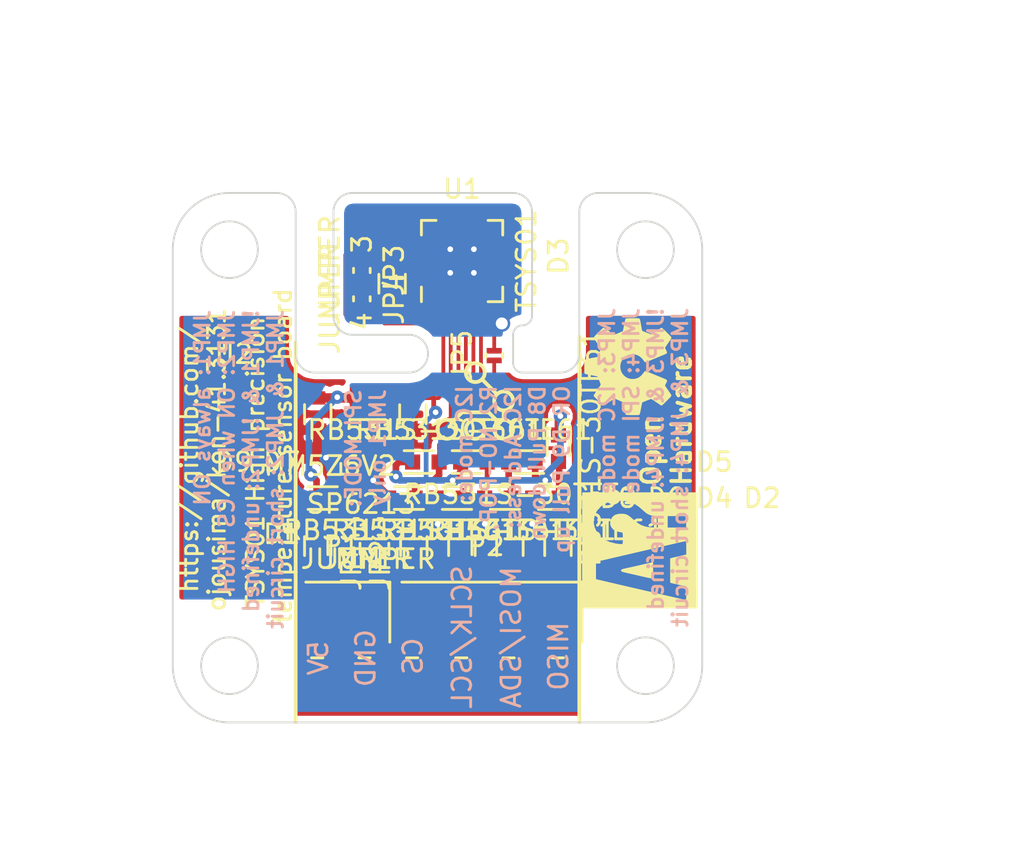
<source format=kicad_pcb>
(kicad_pcb (version 4) (host pcbnew "(2015-02-06 BZR 5410)-product")

  (general
    (links 54)
    (no_connects 0)
    (area 7.564287 38.15 68 83.550001)
    (thickness 1.6)
    (drawings 76)
    (tracks 208)
    (zones 0)
    (modules 28)
    (nets 19)
  )

  (page A4)
  (layers
    (0 F.Cu signal)
    (31 B.Cu signal)
    (32 B.Adhes user)
    (33 F.Adhes user)
    (34 B.Paste user)
    (35 F.Paste user)
    (36 B.SilkS user)
    (37 F.SilkS user hide)
    (38 B.Mask user hide)
    (39 F.Mask user)
    (40 Dwgs.User user)
    (41 Cmts.User user)
    (42 Eco1.User user)
    (43 Eco2.User user)
    (44 Edge.Cuts user)
    (45 Margin user)
    (46 B.CrtYd user)
    (47 F.CrtYd user)
    (48 B.Fab user)
    (49 F.Fab user)
  )

  (setup
    (last_trace_width 0.254)
    (user_trace_width 0.2)
    (user_trace_width 0.25)
    (user_trace_width 0.35)
    (user_trace_width 0.5)
    (user_trace_width 0.75)
    (user_trace_width 1)
    (trace_clearance 0.19)
    (zone_clearance 0.3)
    (zone_45_only no)
    (trace_min 0.2)
    (segment_width 0.2)
    (edge_width 0.1)
    (via_size 0.889)
    (via_drill 0.635)
    (via_min_size 0.6)
    (via_min_drill 0.3)
    (user_via 0.6 0.3)
    (user_via 0.7 0.3)
    (user_via 1.1 0.8)
    (user_via 1.2 0.8)
    (user_via 1.6 1)
    (user_via 2 1)
    (uvia_size 0.508)
    (uvia_drill 0.127)
    (uvias_allowed no)
    (uvia_min_size 0.508)
    (uvia_min_drill 0.127)
    (pcb_text_width 0.3)
    (pcb_text_size 1.5 1.5)
    (mod_edge_width 0.15)
    (mod_text_size 1 1)
    (mod_text_width 0.15)
    (pad_size 0.3 0.8)
    (pad_drill 0)
    (pad_to_mask_clearance 0)
    (aux_axis_origin 0 0)
    (visible_elements 7FFCFFFF)
    (pcbplotparams
      (layerselection 0x00008_00000000)
      (usegerberextensions true)
      (excludeedgelayer true)
      (linewidth 0.100000)
      (plotframeref false)
      (viasonmask false)
      (mode 1)
      (useauxorigin false)
      (hpglpennumber 1)
      (hpglpenspeed 20)
      (hpglpendiameter 15)
      (hpglpenoverlay 2)
      (psnegative false)
      (psa4output false)
      (plotreference false)
      (plotvalue false)
      (plotinvisibletext false)
      (padsonsilk false)
      (subtractmaskfromsilk true)
      (outputformat 1)
      (mirror false)
      (drillshape 0)
      (scaleselection 1)
      (outputdirectory gerber/))
  )

  (net 0 "")
  (net 1 /Vin)
  (net 2 GNDA)
  (net 3 +3V3)
  (net 4 "Net-(D2-Pad2)")
  (net 5 "Net-(D4-Pad2)")
  (net 6 "Net-(D6-Pad2)")
  (net 7 /EN)
  (net 8 "Net-(P1-Pad2)")
  (net 9 /CS)
  (net 10 /SCLK)
  (net 11 /MOSI)
  (net 12 /MISO)
  (net 13 "Net-(U1-Pad9)")
  (net 14 "Net-(U1-Pad10)")
  (net 15 "Net-(U1-Pad12)")
  (net 16 "Net-(U1-Pad13)")
  (net 17 "Net-(U1-Pad14)")
  (net 18 /PAD)

  (net_class Default "This is the default net class."
    (clearance 0.19)
    (trace_width 0.254)
    (via_dia 0.889)
    (via_drill 0.635)
    (uvia_dia 0.508)
    (uvia_drill 0.127)
    (add_net +3V3)
    (add_net /CS)
    (add_net /EN)
    (add_net /MISO)
    (add_net /MOSI)
    (add_net /PAD)
    (add_net /SCLK)
    (add_net /Vin)
    (add_net GNDA)
    (add_net "Net-(D2-Pad2)")
    (add_net "Net-(D4-Pad2)")
    (add_net "Net-(D6-Pad2)")
    (add_net "Net-(P1-Pad2)")
    (add_net "Net-(U1-Pad10)")
    (add_net "Net-(U1-Pad12)")
    (add_net "Net-(U1-Pad13)")
    (add_net "Net-(U1-Pad14)")
    (add_net "Net-(U1-Pad9)")
  )

  (module LOGO (layer F.Cu) (tedit 54D7AEE8) (tstamp 54D7AEED)
    (at 43.1 57.2 90)
    (fp_text reference G*** (at 0 0 90) (layer F.SilkS) hide
      (effects (font (thickness 0.3)))
    )
    (fp_text value LOGO (at 0.75 0 90) (layer F.SilkS) hide
      (effects (font (thickness 0.3)))
    )
    (fp_poly (pts (xy 2.526631 0.222546) (xy 2.526582 0.3241) (xy 2.526244 0.40215) (xy 2.525328 0.45993)
      (xy 2.523546 0.500674) (xy 2.520611 0.527615) (xy 2.516233 0.543987) (xy 2.510125 0.553024)
      (xy 2.501998 0.557958) (xy 2.496552 0.560099) (xy 2.474643 0.565814) (xy 2.430843 0.575223)
      (xy 2.369605 0.587445) (xy 2.295381 0.601597) (xy 2.212623 0.616795) (xy 2.192421 0.620423)
      (xy 2.109019 0.635454) (xy 2.033757 0.649249) (xy 1.97091 0.661005) (xy 1.924752 0.66992)
      (xy 1.899559 0.675193) (xy 1.897002 0.675858) (xy 1.876223 0.691891) (xy 1.858555 0.718809)
      (xy 1.839757 0.761099) (xy 1.816111 0.817432) (xy 1.789476 0.88301) (xy 1.761714 0.953033)
      (xy 1.734683 1.022704) (xy 1.710244 1.087223) (xy 1.690258 1.141792) (xy 1.676585 1.181613)
      (xy 1.671084 1.201886) (xy 1.671052 1.20251) (xy 1.678351 1.220125) (xy 1.698813 1.256208)
      (xy 1.730285 1.307315) (xy 1.770617 1.369998) (xy 1.817656 1.44081) (xy 1.844842 1.480856)
      (xy 1.89444 1.553954) (xy 1.938524 1.62004) (xy 1.974962 1.675827) (xy 2.001621 1.718024)
      (xy 2.016369 1.743345) (xy 2.018631 1.748897) (xy 2.009528 1.762187) (xy 1.984342 1.79082)
      (xy 1.946259 1.831604) (xy 1.898465 1.881349) (xy 1.844144 1.936864) (xy 1.786482 1.994956)
      (xy 1.728665 2.052436) (xy 1.673878 2.106112) (xy 1.625306 2.152794) (xy 1.586136 2.189289)
      (xy 1.559552 2.212408) (xy 1.549199 2.219157) (xy 1.537792 2.217288) (xy 1.521383 2.210516)
      (xy 1.4972 2.197096) (xy 1.462472 2.175283) (xy 1.414426 2.143331) (xy 1.35029 2.099495)
      (xy 1.267292 2.042029) (xy 1.261652 2.038111) (xy 1.194159 1.991512) (xy 1.133407 1.950155)
      (xy 1.083084 1.916501) (xy 1.046876 1.893014) (xy 1.02847 1.882156) (xy 1.027705 1.881843)
      (xy 1.008511 1.884764) (xy 0.971771 1.897856) (xy 0.92357 1.918777) (xy 0.890879 1.934512)
      (xy 0.838911 1.959067) (xy 0.794953 1.977279) (xy 0.764976 1.98681) (xy 0.756029 1.987334)
      (xy 0.7446 1.973062) (xy 0.726173 1.939188) (xy 0.703445 1.891026) (xy 0.682726 1.842754)
      (xy 0.643465 1.747515) (xy 0.596777 1.634574) (xy 0.545551 1.510895) (xy 0.492676 1.383445)
      (xy 0.441041 1.259186) (xy 0.393533 1.145085) (xy 0.366161 1.079488) (xy 0.340695 1.016255)
      (xy 0.320269 0.961127) (xy 0.3066 0.919095) (xy 0.301409 0.895152) (xy 0.301724 0.89233)
      (xy 0.316518 0.876009) (xy 0.346351 0.853587) (xy 0.364255 0.84221) (xy 0.428407 0.795869)
      (xy 0.49588 0.734) (xy 0.559545 0.66424) (xy 0.612275 0.594225) (xy 0.640075 0.546715)
      (xy 0.692777 0.415075) (xy 0.719206 0.286358) (xy 0.719382 0.158618) (xy 0.693323 0.029914)
      (xy 0.646193 -0.09102) (xy 0.578246 -0.204102) (xy 0.491096 -0.300269) (xy 0.387545 -0.377794)
      (xy 0.270396 -0.434948) (xy 0.142449 -0.470003) (xy 0.013368 -0.481264) (xy -0.124982 -0.468818)
      (xy -0.253431 -0.432144) (xy -0.370125 -0.372231) (xy -0.473204 -0.290074) (xy -0.560814 -0.186662)
      (xy -0.573574 -0.167747) (xy -0.631025 -0.065132) (xy -0.667194 0.037301) (xy -0.684627 0.148264)
      (xy -0.687157 0.220579) (xy -0.67562 0.35823) (xy -0.640864 0.483612) (xy -0.58229 0.597885)
      (xy -0.499297 0.702214) (xy -0.391284 0.797759) (xy -0.387599 0.800541) (xy -0.340587 0.836491)
      (xy -0.302288 0.86695) (xy -0.277339 0.888157) (xy -0.27016 0.895774) (xy -0.274201 0.909993)
      (xy -0.287428 0.94603) (xy -0.308711 1.001034) (xy -0.336921 1.072156) (xy -0.370929 1.156546)
      (xy -0.409605 1.251353) (xy -0.448277 1.345179) (xy -0.49255 1.452202) (xy -0.535343 1.555865)
      (xy -0.575129 1.652457) (xy -0.610385 1.738265) (xy -0.639583 1.80958) (xy -0.6612 1.862688)
      (xy -0.671499 1.888289) (xy -0.697995 1.948315) (xy -0.719481 1.982458) (xy -0.734013 1.991383)
      (xy -0.754663 1.985236) (xy -0.792369 1.969169) (xy -0.840694 1.946033) (xy -0.868054 1.932065)
      (xy -0.923376 1.904221) (xy -0.961016 1.888354) (xy -0.986282 1.882786) (xy -1.004478 1.88584)
      (xy -1.008422 1.88769) (xy -1.027471 1.899447) (xy -1.064718 1.923948) (xy -1.116415 1.95867)
      (xy -1.17881 2.001091) (xy -1.248154 2.048687) (xy -1.265472 2.060639) (xy -1.335042 2.108134)
      (xy -1.397876 2.149944) (xy -1.450434 2.1838) (xy -1.489176 2.207436) (xy -1.510562 2.218583)
      (xy -1.512931 2.219157) (xy -1.527038 2.210049) (xy -1.557075 2.184456) (xy -1.600245 2.144975)
      (xy -1.65375 2.094205) (xy -1.714793 2.034742) (xy -1.761433 1.988413) (xy -1.82532 1.924045)
      (xy -1.882407 1.865754) (xy -1.930115 1.816238) (xy -1.965864 1.778196) (xy -1.987074 1.754324)
      (xy -1.991895 1.747412) (xy -1.98463 1.733917) (xy -1.964261 1.701689) (xy -1.932923 1.65396)
      (xy -1.892752 1.593964) (xy -1.845887 1.524935) (xy -1.818106 1.484399) (xy -1.768212 1.410623)
      (xy -1.723916 1.3428) (xy -1.687389 1.284449) (xy -1.660804 1.239089) (xy -1.646333 1.210236)
      (xy -1.644316 1.202943) (xy -1.649138 1.181953) (xy -1.662562 1.140599) (xy -1.683028 1.08325)
      (xy -1.708973 1.01427) (xy -1.738837 0.938027) (xy -1.740812 0.933084) (xy -1.779051 0.839586)
      (xy -1.809699 0.769476) (xy -1.833709 0.72081) (xy -1.852034 0.69164) (xy -1.86447 0.68044)
      (xy -1.885187 0.674748) (xy -1.928018 0.665224) (xy -1.988758 0.652725) (xy -2.063197 0.638106)
      (xy -2.147129 0.622224) (xy -2.184926 0.61525) (xy -2.273514 0.598385) (xy -2.351532 0.582288)
      (xy -2.415358 0.567797) (xy -2.461371 0.555752) (xy -2.485947 0.546993) (xy -2.488853 0.544798)
      (xy -2.493214 0.524619) (xy -2.496513 0.482649) (xy -2.498789 0.423559) (xy -2.500084 0.352023)
      (xy -2.500439 0.272712) (xy -2.499893 0.190298) (xy -2.498486 0.109454) (xy -2.496261 0.034851)
      (xy -2.493256 -0.028839) (xy -2.489513 -0.076943) (xy -2.485073 -0.10479) (xy -2.483185 -0.109121)
      (xy -2.463306 -0.119447) (xy -2.417708 -0.132935) (xy -2.346174 -0.149638) (xy -2.248489 -0.169606)
      (xy -2.159 -0.186559) (xy -2.042479 -0.208831) (xy -1.951837 -0.227852) (xy -1.886434 -0.243774)
      (xy -1.84563 -0.256751) (xy -1.829996 -0.265384) (xy -1.819476 -0.282744) (xy -1.800909 -0.319763)
      (xy -1.776419 -0.371627) (xy -1.748133 -0.433519) (xy -1.718173 -0.500625) (xy -1.688666 -0.56813)
      (xy -1.661735 -0.631217) (xy -1.639506 -0.685071) (xy -1.624103 -0.724878) (xy -1.617651 -0.745822)
      (xy -1.617579 -0.746791) (xy -1.624851 -0.760192) (xy -1.645296 -0.792465) (xy -1.676857 -0.840505)
      (xy -1.717479 -0.901206) (xy -1.765104 -0.971464) (xy -1.804737 -1.029369) (xy -1.856364 -1.105051)
      (xy -1.902531 -1.173798) (xy -1.941176 -1.232453) (xy -1.970237 -1.277855) (xy -1.987653 -1.306846)
      (xy -1.99183 -1.315936) (xy -1.982733 -1.32875) (xy -1.957581 -1.356987) (xy -1.919533 -1.39748)
      (xy -1.871742 -1.447067) (xy -1.817367 -1.502582) (xy -1.759563 -1.560861) (xy -1.701487 -1.618738)
      (xy -1.646295 -1.673051) (xy -1.597143 -1.720633) (xy -1.557188 -1.758321) (xy -1.529586 -1.782949)
      (xy -1.517638 -1.791369) (xy -1.504203 -1.784082) (xy -1.471908 -1.763591) (xy -1.42385 -1.731952)
      (xy -1.363123 -1.691218) (xy -1.292823 -1.643447) (xy -1.233717 -1.602884) (xy -1.147378 -1.543678)
      (xy -1.079925 -1.498293) (xy -1.028459 -1.465053) (xy -0.990076 -1.442287) (xy -0.961874 -1.428318)
      (xy -0.940952 -1.421474) (xy -0.924407 -1.420082) (xy -0.917918 -1.420741) (xy -0.893486 -1.42753)
      (xy -0.85066 -1.442457) (xy -0.794594 -1.463446) (xy -0.730439 -1.48842) (xy -0.663351 -1.515301)
      (xy -0.598482 -1.542014) (xy -0.540985 -1.566481) (xy -0.496013 -1.586626) (xy -0.468721 -1.600371)
      (xy -0.463711 -1.60379) (xy -0.458365 -1.619232) (xy -0.449073 -1.657302) (xy -0.436618 -1.714313)
      (xy -0.421785 -1.786579) (xy -0.405357 -1.870412) (xy -0.392225 -1.939932) (xy -0.375126 -2.030169)
      (xy -0.359062 -2.111706) (xy -0.344811 -2.180845) (xy -0.333153 -2.233887) (xy -0.324865 -2.267135)
      (xy -0.321293 -2.276895) (xy -0.305373 -2.280097) (xy -0.267214 -2.282689) (xy -0.211311 -2.284675)
      (xy -0.142154 -2.28606) (xy -0.064237 -2.286847) (xy 0.017948 -2.28704) (xy 0.09991 -2.286644)
      (xy 0.177155 -2.285661) (xy 0.245191 -2.284096) (xy 0.299527 -2.281953) (xy 0.335669 -2.279235)
      (xy 0.348918 -2.276313) (xy 0.354212 -2.260774) (xy 0.363357 -2.223562) (xy 0.375427 -2.169307)
      (xy 0.389491 -2.102644) (xy 0.404622 -2.028203) (xy 0.419892 -1.950617) (xy 0.434373 -1.874519)
      (xy 0.447135 -1.80454) (xy 0.457251 -1.745314) (xy 0.46317 -1.70619) (xy 0.475331 -1.656546)
      (xy 0.494772 -1.617565) (xy 0.500013 -1.61118) (xy 0.521654 -1.596404) (xy 0.564184 -1.574195)
      (xy 0.623414 -1.546398) (xy 0.695158 -1.514858) (xy 0.775227 -1.481418) (xy 0.859434 -1.447924)
      (xy 0.938164 -1.418204) (xy 0.951067 -1.415142) (xy 0.966222 -1.416404) (xy 0.986567 -1.423629)
      (xy 1.015042 -1.438459) (xy 1.054588 -1.462534) (xy 1.108144 -1.497494) (xy 1.178649 -1.54498)
      (xy 1.238954 -1.586069) (xy 1.314497 -1.63752) (xy 1.383739 -1.684408) (xy 1.443285 -1.724456)
      (xy 1.489739 -1.755386) (xy 1.519705 -1.77492) (xy 1.528644 -1.780379) (xy 1.5388 -1.782268)
      (xy 1.553237 -1.777141) (xy 1.574274 -1.763032) (xy 1.604231 -1.737977) (xy 1.64543 -1.700011)
      (xy 1.700188 -1.64717) (xy 1.770828 -1.577487) (xy 1.785986 -1.56243) (xy 1.850365 -1.497844)
      (xy 1.907911 -1.438989) (xy 1.956032 -1.388606) (xy 1.99214 -1.349437) (xy 2.013643 -1.324224)
      (xy 2.018631 -1.316183) (xy 2.01137 -1.301379) (xy 1.990976 -1.267809) (xy 1.959532 -1.21869)
      (xy 1.919119 -1.157243) (xy 1.871821 -1.086685) (xy 1.836654 -1.034947) (xy 1.785681 -0.959301)
      (xy 1.740207 -0.889773) (xy 1.702335 -0.82975) (xy 1.674172 -0.78262) (xy 1.657824 -0.75177)
      (xy 1.654529 -0.741948) (xy 1.659749 -0.720712) (xy 1.674101 -0.680209) (xy 1.695453 -0.625408)
      (xy 1.721675 -0.561283) (xy 1.750637 -0.492803) (xy 1.780209 -0.42494) (xy 1.808259 -0.362665)
      (xy 1.832657 -0.31095) (xy 1.851274 -0.274765) (xy 1.861188 -0.259712) (xy 1.878749 -0.252801)
      (xy 1.918718 -0.242133) (xy 1.977174 -0.228591) (xy 2.050194 -0.213058) (xy 2.133856 -0.196419)
      (xy 2.185736 -0.186605) (xy 2.273733 -0.169862) (xy 2.353344 -0.153944) (xy 2.420654 -0.139695)
      (xy 2.471749 -0.127962) (xy 2.502715 -0.119589) (xy 2.509921 -0.116597) (xy 2.515511 -0.10516)
      (xy 2.519822 -0.078954) (xy 2.522972 -0.035591) (xy 2.525079 0.027315) (xy 2.526259 0.11215)
      (xy 2.526631 0.221303) (xy 2.526631 0.222546) (xy 2.526631 0.222546)) (layer F.SilkS) (width 0.1))
  )

  (module LOGO (layer F.Cu) (tedit 54D7AD0E) (tstamp 54D7AD2A)
    (at 43.7 66.9 90)
    (fp_text reference G*** (at 0 0 90) (layer F.SilkS) hide
      (effects (font (thickness 0.3)))
    )
    (fp_text value LOGO (at 0.75 0 90) (layer F.SilkS) hide
      (effects (font (thickness 0.3)))
    )
    (fp_poly (pts (xy 3.017822 3.001818) (xy 2.670121 3.001818) (xy 2.670121 -1.159688) (xy 2.644602 -1.45382)
      (xy 2.573118 -1.720599) (xy 2.457624 -1.95605) (xy 2.300075 -2.156198) (xy 2.102426 -2.317071)
      (xy 2.099901 -2.318693) (xy 1.89837 -2.416777) (xy 1.674602 -2.472793) (xy 1.442161 -2.486852)
      (xy 1.214612 -2.459064) (xy 1.005517 -2.389537) (xy 0.867129 -2.30873) (xy 0.67609 -2.127914)
      (xy 0.517401 -1.891757) (xy 0.395414 -1.60886) (xy 0.314477 -1.287822) (xy 0.298864 -1.185454)
      (xy 0.282665 -1.053788) (xy 0.278694 -0.961601) (xy 0.293648 -0.901878) (xy 0.334223 -0.867602)
      (xy 0.407116 -0.851758) (xy 0.519022 -0.847327) (xy 0.621637 -0.847256) (xy 0.745291 -0.849592)
      (xy 0.851423 -0.855547) (xy 0.929509 -0.864249) (xy 0.969028 -0.87483) (xy 0.970616 -0.87612)
      (xy 0.991992 -0.929678) (xy 1.010419 -1.026971) (xy 1.01363 -1.054231) (xy 1.055144 -1.229633)
      (xy 1.134886 -1.368502) (xy 1.245073 -1.465389) (xy 1.37792 -1.514847) (xy 1.525645 -1.511427)
      (xy 1.622007 -1.480043) (xy 1.749069 -1.399539) (xy 1.832583 -1.286607) (xy 1.876603 -1.133681)
      (xy 1.886139 -0.986974) (xy 1.882495 -0.870256) (xy 1.867354 -0.774751) (xy 1.834407 -0.687343)
      (xy 1.777343 -0.594915) (xy 1.689849 -0.48435) (xy 1.588317 -0.36797) (xy 1.432088 -0.176692)
      (xy 1.317938 0.002075) (xy 1.240099 0.179548) (xy 1.1928 0.366939) (xy 1.185217 0.415606)
      (xy 1.17086 0.548465) (xy 1.161122 0.695923) (xy 1.156689 0.835642) (xy 1.158243 0.945282)
      (xy 1.166469 1.002504) (xy 1.167209 1.003813) (xy 1.194782 1.008363) (xy 1.263008 1.009558)
      (xy 1.362295 1.007489) (xy 1.483049 1.002245) (xy 1.512722 1.000606) (xy 1.84786 0.981363)
      (xy 1.867617 0.770554) (xy 1.892677 0.616793) (xy 1.941216 0.482032) (xy 2.020491 0.352201)
      (xy 2.137756 0.21323) (xy 2.175347 0.173882) (xy 2.337164 -0.013985) (xy 2.474967 -0.216929)
      (xy 2.571143 -0.404524) (xy 2.621709 -0.557815) (xy 2.653398 -0.741627) (xy 2.668365 -0.972392)
      (xy 2.670121 -1.159688) (xy 2.670121 3.001818) (xy 1.86099 3.001818) (xy 1.86099 2.501515)
      (xy 1.86099 1.962727) (xy 1.86099 1.423939) (xy 1.508911 1.423939) (xy 1.156832 1.423939)
      (xy 1.156832 1.962727) (xy 1.156832 2.501515) (xy 1.508911 2.501515) (xy 1.86099 2.501515)
      (xy 1.86099 3.001818) (xy 0.545089 3.001818) (xy 0.545089 2.488373) (xy 0.544681 2.476096)
      (xy 0.539088 2.44267) (xy 0.527475 2.384454) (xy 0.509008 2.297805) (xy 0.482852 2.179081)
      (xy 0.448175 2.02464) (xy 0.40414 1.830839) (xy 0.349915 1.594038) (xy 0.284664 1.310592)
      (xy 0.207554 0.976861) (xy 0.11775 0.589201) (xy 0.014418 0.143972) (xy -0.103276 -0.36247)
      (xy -0.236167 -0.933767) (xy -0.385089 -1.573561) (xy -0.399535 -1.635606) (xy -0.569785 -2.366818)
      (xy -1.066689 -2.366818) (xy -1.563594 -2.366818) (xy -1.801793 -1.34697) (xy -1.868913 -1.059392)
      (xy -1.935166 -0.775153) (xy -1.99728 -0.508322) (xy -2.051981 -0.272968) (xy -2.095997 -0.083161)
      (xy -2.124089 0.038485) (xy -2.159288 0.191211) (xy -2.204607 0.387387) (xy -2.25763 0.616606)
      (xy -2.315944 0.868462) (xy -2.377137 1.132549) (xy -2.438793 1.39846) (xy -2.498499 1.65579)
      (xy -2.553841 1.89413) (xy -2.602405 2.103077) (xy -2.641779 2.272222) (xy -2.669547 2.391161)
      (xy -2.683296 2.449486) (xy -2.683991 2.45233) (xy -2.675854 2.472192) (xy -2.636695 2.487182)
      (xy -2.561312 2.498159) (xy -2.4445 2.505984) (xy -2.334944 2.510057) (xy -2.170484 2.51417)
      (xy -2.049279 2.514378) (xy -1.964315 2.509252) (xy -1.908577 2.497363) (xy -1.875051 2.477281)
      (xy -1.85672 2.447576) (xy -1.847276 2.410675) (xy -1.832336 2.338513) (xy -1.805391 2.21536)
      (xy -1.771195 2.062798) (xy -1.755001 1.991591) (xy -1.678067 1.654848) (xy -1.067922 1.654848)
      (xy -0.457776 1.654848) (xy -0.392251 1.933863) (xy -0.355225 2.092797) (xy -0.320373 2.244548)
      (xy -0.295057 2.357041) (xy -0.294485 2.359643) (xy -0.262244 2.506407) (xy 0.135933 2.50579)
      (xy 0.272088 2.504573) (xy 0.389616 2.501611) (xy 0.479744 2.497279) (xy 0.533696 2.491949)
      (xy 0.545089 2.488373) (xy 0.545089 3.001818) (xy 0 3.001818) (xy -3.017821 3.001818)
      (xy -3.017821 0) (xy -3.017821 -3.001818) (xy 0 -3.001818) (xy 3.017822 -3.001818)
      (xy 3.017822 0) (xy 3.017822 3.001818) (xy 3.017822 3.001818)) (layer F.SilkS) (width 0.1))
    (fp_poly (pts (xy -0.682301 0.654242) (xy -1.060609 0.654242) (xy -1.438918 0.654242) (xy -1.422195 0.548409)
      (xy -1.406618 0.467029) (xy -1.378457 0.335041) (xy -1.342413 0.174119) (xy -1.319958 0.076969)
      (xy -1.270622 -0.13576) (xy -1.215725 -0.375232) (xy -1.165287 -0.597686) (xy -1.153942 -0.648216)
      (xy -1.114436 -0.819609) (xy -1.085472 -0.918515) (xy -1.061792 -0.945525) (xy -1.03814 -0.901227)
      (xy -1.009258 -0.786209) (xy -0.983815 -0.667266) (xy -0.958006 -0.548389) (xy -0.919818 -0.377329)
      (xy -0.873826 -0.17437) (xy -0.824607 0.040205) (xy -0.809427 0.105833) (xy -0.682301 0.654242)
      (xy -0.682301 0.654242)) (layer F.SilkS) (width 0.1))
  )

  (module pin_header_fork:Pin_Header_Angled_SMD_1x04 (layer F.Cu) (tedit 54D78CB6) (tstamp 54D79283)
    (at 35.56 70.485 180)
    (descr http://multimedia.3m.com/mws/media/548463O/3mtm-pin-strip-header-ts2184.pdf)
    (tags "pin header smd")
    (path /54C26810)
    (fp_text reference P2 (at 0 3.81 180) (layer F.SilkS)
      (effects (font (size 1 1) (thickness 0.15)))
    )
    (fp_text value CONN_01X04 (at 0 0 180) (layer F.SilkS) hide
      (effects (font (size 1 1) (thickness 0.15)))
    )
    (fp_line (start 3.6 -4.6) (end 3.6 -12.8) (layer Dwgs.User) (width 0.15))
    (fp_line (start 3.6 -12.8) (end 4.2 -12.8) (layer Dwgs.User) (width 0.15))
    (fp_line (start 4.2 -12.8) (end 4.2 -4.6) (layer Dwgs.User) (width 0.15))
    (fp_line (start 2.7 -2.1) (end 2.7 -4.6) (layer Dwgs.User) (width 0.15))
    (fp_line (start 2.7 -4.6) (end 5.1 -4.6) (layer Dwgs.User) (width 0.15))
    (fp_line (start 5.1 -4.6) (end 5.1 -2.1) (layer Dwgs.User) (width 0.15))
    (fp_line (start 2.7 -2.1) (end 5.1 -2.1) (layer Dwgs.User) (width 0.15))
    (fp_line (start 3.6 -0.8) (end 3.6 -2.1) (layer Dwgs.User) (width 0.15))
    (fp_line (start 3.6 -2.1) (end 4.2 -2.1) (layer F.SilkS) (width 0.15))
    (fp_line (start 4.2 -2.1) (end 4.2 -0.8) (layer Dwgs.User) (width 0.15))
    (fp_line (start 3.6 0.7) (end 4.2 0.7) (layer Dwgs.User) (width 0.15))
    (fp_line (start 4.2 0.7) (end 4.2 -0.8) (layer Dwgs.User) (width 0.15))
    (fp_line (start 4.2 -0.8) (end 3.6 -0.8) (layer Dwgs.User) (width 0.15))
    (fp_line (start 3.6 0.7) (end 3.6 -0.8) (layer Dwgs.User) (width 0.15))
    (fp_line (start 1 -4.6) (end 1 -12.8) (layer Dwgs.User) (width 0.15))
    (fp_line (start 1 -12.8) (end 1.6 -12.8) (layer Dwgs.User) (width 0.15))
    (fp_line (start 1.6 -12.8) (end 1.6 -4.6) (layer Dwgs.User) (width 0.15))
    (fp_line (start 0.1 -2.1) (end 0.1 -4.6) (layer Dwgs.User) (width 0.15))
    (fp_line (start 0.1 -4.6) (end 2.5 -4.6) (layer Dwgs.User) (width 0.15))
    (fp_line (start 2.5 -4.6) (end 2.5 -2.1) (layer Dwgs.User) (width 0.15))
    (fp_line (start 0.1 -2.1) (end 2.5 -2.1) (layer Dwgs.User) (width 0.15))
    (fp_line (start 1 -0.8) (end 1 -2.1) (layer Dwgs.User) (width 0.15))
    (fp_line (start 1 -2.1) (end 1.6 -2.1) (layer F.SilkS) (width 0.15))
    (fp_line (start 1.6 -2.1) (end 1.6 -0.8) (layer Dwgs.User) (width 0.15))
    (fp_line (start 1 0.7) (end 1.6 0.7) (layer Dwgs.User) (width 0.15))
    (fp_line (start 1.6 0.7) (end 1.6 -0.8) (layer Dwgs.User) (width 0.15))
    (fp_line (start 1.6 -0.8) (end 1 -0.8) (layer Dwgs.User) (width 0.15))
    (fp_line (start 1 0.7) (end 1 -0.8) (layer Dwgs.User) (width 0.15))
    (fp_line (start -1.5 -4.6) (end -1.5 -12.8) (layer Dwgs.User) (width 0.15))
    (fp_line (start -1.5 -12.8) (end -0.9 -12.8) (layer Dwgs.User) (width 0.15))
    (fp_line (start -0.9 -12.8) (end -0.9 -4.6) (layer Dwgs.User) (width 0.15))
    (fp_line (start -2.4 -2.1) (end -2.4 -4.6) (layer Dwgs.User) (width 0.15))
    (fp_line (start -2.4 -4.6) (end 0 -4.6) (layer Dwgs.User) (width 0.15))
    (fp_line (start 0 -4.6) (end 0 -2.1) (layer Dwgs.User) (width 0.15))
    (fp_line (start -2.4 -2.1) (end 0 -2.1) (layer Dwgs.User) (width 0.15))
    (fp_line (start -1.5 -0.8) (end -1.5 -2.1) (layer Dwgs.User) (width 0.15))
    (fp_line (start -1.5 -2.1) (end -0.9 -2.1) (layer F.SilkS) (width 0.15))
    (fp_line (start -0.9 -2.1) (end -0.9 -0.8) (layer Dwgs.User) (width 0.15))
    (fp_line (start -1.5 0.7) (end -0.9 0.7) (layer Dwgs.User) (width 0.15))
    (fp_line (start -0.9 0.7) (end -0.9 -0.8) (layer Dwgs.User) (width 0.15))
    (fp_line (start -0.9 -0.8) (end -1.5 -0.8) (layer Dwgs.User) (width 0.15))
    (fp_line (start -1.5 0.7) (end -1.5 -0.8) (layer Dwgs.User) (width 0.15))
    (fp_line (start -4.1 -4.6) (end -4.1 -12.8) (layer Dwgs.User) (width 0.15))
    (fp_line (start -4.1 -12.8) (end -3.5 -12.8) (layer Dwgs.User) (width 0.15))
    (fp_line (start -3.5 -12.8) (end -3.5 -4.6) (layer Dwgs.User) (width 0.15))
    (fp_line (start -5 -2.1) (end -5 -4.6) (layer Dwgs.User) (width 0.15))
    (fp_line (start -5 -4.6) (end -2.6 -4.6) (layer Dwgs.User) (width 0.15))
    (fp_line (start -2.6 -4.6) (end -2.6 -2.1) (layer Dwgs.User) (width 0.15))
    (fp_line (start -5 -2.1) (end -2.6 -2.1) (layer Dwgs.User) (width 0.15))
    (fp_line (start -4.1 -0.8) (end -4.1 -2.1) (layer Dwgs.User) (width 0.15))
    (fp_line (start -4.1 -2.1) (end -3.5 -2.1) (layer F.SilkS) (width 0.15))
    (fp_line (start -3.5 -2.1) (end -3.5 -0.8) (layer Dwgs.User) (width 0.15))
    (fp_line (start -4.1 0.7) (end -3.5 0.7) (layer Dwgs.User) (width 0.15))
    (fp_line (start -3.5 0.7) (end -3.5 -0.8) (layer Dwgs.User) (width 0.15))
    (fp_line (start -3.5 -0.8) (end -4.1 -0.8) (layer Dwgs.User) (width 0.15))
    (fp_line (start -4.1 0.7) (end -4.1 -0.8) (layer Dwgs.User) (width 0.15))
    (fp_line (start 4.445 1.905) (end -5.08 1.905) (layer F.SilkS) (width 0.15))
    (fp_line (start -5.08 1.905) (end -5.08 -1.27) (layer F.SilkS) (width 0.15))
    (pad 1 smd rect (at -3.81 0 180) (size 1.3 2.8) (layers F.Cu F.Paste F.Mask)
      (net 12 /MISO))
    (pad 2 smd rect (at -1.27 0 180) (size 1.3 2.8) (layers F.Cu F.Paste F.Mask)
      (net 11 /MOSI))
    (pad 3 smd rect (at 1.27 0 180) (size 1.3 2.8) (layers F.Cu F.Paste F.Mask)
      (net 10 /SCLK))
    (pad 4 smd rect (at 3.81 0 180) (size 1.3 2.8) (layers F.Cu F.Paste F.Mask)
      (net 9 /CS))
  )

  (module Housings_SOT-23_SOT-143_TSOT-6:SC70-6_Handsoldering (layer F.Cu) (tedit 54CB8A79) (tstamp 54CB79BA)
    (at 29.21 60.325)
    (descr "SC70-6, Handsoldering,")
    (tags "SC70-6, Handsoldering,")
    (path /54CB446A)
    (attr smd)
    (fp_text reference U2 (at -6.985 -3.81) (layer F.SilkS)
      (effects (font (size 1 1) (thickness 0.15)))
    )
    (fp_text value SP6213 (at -0.23876 4.11988) (layer F.SilkS)
      (effects (font (size 1 1) (thickness 0.15)))
    )
    (fp_line (start -1.3208 1.97866) (end -1.3208 2.54762) (layer F.SilkS) (width 0.15))
    (fp_line (start -1.3208 2.54762) (end -0.90932 2.54762) (layer F.SilkS) (width 0.15))
    (pad 1 smd rect (at -0.65024 1.33096) (size 0.39878 1.50114) (layers F.Cu F.Paste F.Mask)
      (net 1 /Vin))
    (pad 2 smd rect (at 0 1.33096) (size 0.39878 1.50114) (layers F.Cu F.Paste F.Mask)
      (net 2 GNDA))
    (pad 3 smd rect (at 0.65024 1.33096) (size 0.39878 1.50114) (layers F.Cu F.Paste F.Mask)
      (net 2 GNDA))
    (pad 4 smd rect (at 0.65024 -1.33096) (size 0.39878 1.50114) (layers F.Cu F.Paste F.Mask)
      (net 3 +3V3))
    (pad 5 smd rect (at -0.65024 -1.33096) (size 0.39878 1.50114) (layers F.Cu F.Paste F.Mask)
      (net 1 /Vin))
  )

  (module SMD_Packages:SOD-523 (layer F.Cu) (tedit 54CB5669) (tstamp 556ADE3B)
    (at 27.305 64.135 180)
    (descr "http://www.diodes.com/datasheets/ap02001.pdf p.144")
    (tags "Diode SOD523")
    (path /54C288E9)
    (fp_text reference D1 (at 2.54 -1.905 180) (layer F.SilkS)
      (effects (font (size 1 1) (thickness 0.15)))
    )
    (fp_text value MM5Z6V2 (at 0 1.7 180) (layer F.SilkS)
      (effects (font (size 1 1) (thickness 0.15)))
    )
    (fp_line (start -0.4 0.6) (end 1.15 0.6) (layer F.SilkS) (width 0.15))
    (fp_line (start -0.4 -0.6) (end 1.15 -0.6) (layer F.SilkS) (width 0.15))
    (pad 1 smd rect (at -0.7 0 180) (size 0.8 0.8) (layers F.Cu F.Paste F.Mask)
      (net 2 GNDA))
    (pad 2 smd rect (at 0.7 0 180) (size 0.8 0.8) (layers F.Cu F.Paste F.Mask)
      (net 1 /Vin))
  )

  (module SMD_Packages:SOD-523 (layer F.Cu) (tedit 54CB5634) (tstamp 556ADE32)
    (at 38.735 64.135)
    (descr "http://www.diodes.com/datasheets/ap02001.pdf p.144")
    (tags "Diode SOD523")
    (path /54C263C4)
    (fp_text reference D2 (at 11.43 0) (layer F.SilkS)
      (effects (font (size 1 1) (thickness 0.15)))
    )
    (fp_text value RB531S-30TE61 (at 0 1.7) (layer F.SilkS)
      (effects (font (size 1 1) (thickness 0.15)))
    )
    (fp_line (start -0.4 0.6) (end 1.15 0.6) (layer F.SilkS) (width 0.15))
    (fp_line (start -0.4 -0.6) (end 1.15 -0.6) (layer F.SilkS) (width 0.15))
    (pad 1 smd rect (at -0.7 0) (size 0.8 0.8) (layers F.Cu F.Paste F.Mask)
      (net 2 GNDA))
    (pad 2 smd rect (at 0.7 0) (size 0.8 0.8) (layers F.Cu F.Paste F.Mask)
      (net 4 "Net-(D2-Pad2)"))
  )

  (module SMD_Packages:SOD-523 (layer F.Cu) (tedit 54CB562D) (tstamp 556ADE29)
    (at 39.4 61.5 90)
    (descr "http://www.diodes.com/datasheets/ap02001.pdf p.144")
    (tags "Diode SOD523")
    (path /54C26179)
    (fp_text reference D3 (at 10.16 0 90) (layer F.SilkS)
      (effects (font (size 1 1) (thickness 0.15)))
    )
    (fp_text value RB531S-30TE61 (at 0 1.7 90) (layer F.SilkS)
      (effects (font (size 1 1) (thickness 0.15)))
    )
    (fp_line (start -0.4 0.6) (end 1.15 0.6) (layer F.SilkS) (width 0.15))
    (fp_line (start -0.4 -0.6) (end 1.15 -0.6) (layer F.SilkS) (width 0.15))
    (pad 1 smd rect (at -0.7 0 90) (size 0.8 0.8) (layers F.Cu F.Paste F.Mask)
      (net 4 "Net-(D2-Pad2)"))
    (pad 2 smd rect (at 0.7 0 90) (size 0.8 0.8) (layers F.Cu F.Paste F.Mask)
      (net 3 +3V3))
  )

  (module SMD_Packages:SOD-523 (layer F.Cu) (tedit 54CB5636) (tstamp 556ADE20)
    (at 36.195 64.135)
    (descr "http://www.diodes.com/datasheets/ap02001.pdf p.144")
    (tags "Diode SOD523")
    (path /54C263CA)
    (fp_text reference D4 (at 11.43 0) (layer F.SilkS)
      (effects (font (size 1 1) (thickness 0.15)))
    )
    (fp_text value RB531S-30TE61 (at 0 1.7) (layer F.SilkS)
      (effects (font (size 1 1) (thickness 0.15)))
    )
    (fp_line (start -0.4 0.6) (end 1.15 0.6) (layer F.SilkS) (width 0.15))
    (fp_line (start -0.4 -0.6) (end 1.15 -0.6) (layer F.SilkS) (width 0.15))
    (pad 1 smd rect (at -0.7 0) (size 0.8 0.8) (layers F.Cu F.Paste F.Mask)
      (net 2 GNDA))
    (pad 2 smd rect (at 0.7 0) (size 0.8 0.8) (layers F.Cu F.Paste F.Mask)
      (net 5 "Net-(D4-Pad2)"))
  )

  (module SMD_Packages:SOD-523 (layer F.Cu) (tedit 54CB562F) (tstamp 556ADE17)
    (at 37.465 62.23)
    (descr "http://www.diodes.com/datasheets/ap02001.pdf p.144")
    (tags "Diode SOD523")
    (path /54C2622C)
    (fp_text reference D5 (at 10.16 0) (layer F.SilkS)
      (effects (font (size 1 1) (thickness 0.15)))
    )
    (fp_text value RB531S-30TE61 (at 0 1.7) (layer F.SilkS)
      (effects (font (size 1 1) (thickness 0.15)))
    )
    (fp_line (start -0.4 0.6) (end 1.15 0.6) (layer F.SilkS) (width 0.15))
    (fp_line (start -0.4 -0.6) (end 1.15 -0.6) (layer F.SilkS) (width 0.15))
    (pad 1 smd rect (at -0.7 0) (size 0.8 0.8) (layers F.Cu F.Paste F.Mask)
      (net 5 "Net-(D4-Pad2)"))
    (pad 2 smd rect (at 0.7 0) (size 0.8 0.8) (layers F.Cu F.Paste F.Mask)
      (net 3 +3V3))
  )

  (module SMD_Packages:SOD-523 (layer F.Cu) (tedit 54CB5639) (tstamp 556ADE0E)
    (at 33.655 64.135)
    (descr "http://www.diodes.com/datasheets/ap02001.pdf p.144")
    (tags "Diode SOD523")
    (path /54C263D0)
    (fp_text reference D6 (at 11.43 0) (layer F.SilkS)
      (effects (font (size 1 1) (thickness 0.15)))
    )
    (fp_text value RB531S-30TE61 (at 0 1.7) (layer F.SilkS)
      (effects (font (size 1 1) (thickness 0.15)))
    )
    (fp_line (start -0.4 0.6) (end 1.15 0.6) (layer F.SilkS) (width 0.15))
    (fp_line (start -0.4 -0.6) (end 1.15 -0.6) (layer F.SilkS) (width 0.15))
    (pad 1 smd rect (at -0.7 0) (size 0.8 0.8) (layers F.Cu F.Paste F.Mask)
      (net 2 GNDA))
    (pad 2 smd rect (at 0.7 0) (size 0.8 0.8) (layers F.Cu F.Paste F.Mask)
      (net 6 "Net-(D6-Pad2)"))
  )

  (module SMD_Packages:SOD-523 (layer F.Cu) (tedit 54CB5631) (tstamp 556ADE05)
    (at 34.925 62.23 180)
    (descr "http://www.diodes.com/datasheets/ap02001.pdf p.144")
    (tags "Diode SOD523")
    (path /54C26257)
    (fp_text reference D7 (at 10.16 0 180) (layer F.SilkS)
      (effects (font (size 1 1) (thickness 0.15)))
    )
    (fp_text value RB531S-30TE61 (at 0 1.7 180) (layer F.SilkS)
      (effects (font (size 1 1) (thickness 0.15)))
    )
    (fp_line (start -0.4 0.6) (end 1.15 0.6) (layer F.SilkS) (width 0.15))
    (fp_line (start -0.4 -0.6) (end 1.15 -0.6) (layer F.SilkS) (width 0.15))
    (pad 1 smd rect (at -0.7 0 180) (size 0.8 0.8) (layers F.Cu F.Paste F.Mask)
      (net 6 "Net-(D6-Pad2)"))
    (pad 2 smd rect (at 0.7 0 180) (size 0.8 0.8) (layers F.Cu F.Paste F.Mask)
      (net 3 +3V3))
  )

  (module SMD_Packages:SOD-523 (layer F.Cu) (tedit 54CB563D) (tstamp 556ADDFC)
    (at 31.115 64.135)
    (descr "http://www.diodes.com/datasheets/ap02001.pdf p.144")
    (tags "Diode SOD523")
    (path /54C263D6)
    (fp_text reference D8 (at 11.43 0) (layer F.SilkS)
      (effects (font (size 1 1) (thickness 0.15)))
    )
    (fp_text value RB531S-30TE61 (at 0 1.7) (layer F.SilkS)
      (effects (font (size 1 1) (thickness 0.15)))
    )
    (fp_line (start -0.4 0.6) (end 1.15 0.6) (layer F.SilkS) (width 0.15))
    (fp_line (start -0.4 -0.6) (end 1.15 -0.6) (layer F.SilkS) (width 0.15))
    (pad 1 smd rect (at -0.7 0) (size 0.8 0.8) (layers F.Cu F.Paste F.Mask)
      (net 2 GNDA))
    (pad 2 smd rect (at 0.7 0) (size 0.8 0.8) (layers F.Cu F.Paste F.Mask)
      (net 7 /EN))
  )

  (module SMD_Packages:SOD-523 (layer F.Cu) (tedit 556ADD8F) (tstamp 556ADE44)
    (at 32.385 62.23 180)
    (descr "http://www.diodes.com/datasheets/ap02001.pdf p.144")
    (tags "Diode SOD523")
    (path /54C2628C)
    (fp_text reference D9 (at 10.16 0 180) (layer F.SilkS)
      (effects (font (size 1 1) (thickness 0.15)))
    )
    (fp_text value RB531S-30TE61 (at 0 1.7 180) (layer F.SilkS)
      (effects (font (size 1 1) (thickness 0.15)))
    )
    (fp_line (start -0.4 0.6) (end 1.15 0.6) (layer F.SilkS) (width 0.15))
    (fp_line (start -0.4 -0.6) (end 1.15 -0.6) (layer F.SilkS) (width 0.15))
    (pad 1 smd rect (at -0.7 0 180) (size 0.8 0.8) (layers F.Cu F.Paste F.Mask)
      (net 7 /EN))
    (pad 2 smd rect (at 0.7 0 180) (size 0.8 0.8) (layers F.Cu F.Paste F.Mask)
      (net 3 +3V3))
  )

  (module Resistors_SMD:R_0201 (layer F.Cu) (tedit 556B89E8) (tstamp 54C65BBC)
    (at 28.702 65.659)
    (descr "Resistor SMD 0201, reflow soldering, Vishay (see crcw0201e3.pdf)")
    (tags "resistor 0201")
    (path /54C27335)
    (attr smd)
    (fp_text reference JP1 (at -0.254 2.032 90) (layer F.SilkS)
      (effects (font (size 1 1) (thickness 0.15)))
    )
    (fp_text value JUMPER (at 0 1.7) (layer F.SilkS)
      (effects (font (size 1 1) (thickness 0.15)))
    )
    (fp_line (start -0.65 -0.55) (end 0.65 -0.55) (layer F.CrtYd) (width 0.05))
    (fp_line (start -0.65 0.55) (end 0.65 0.55) (layer F.CrtYd) (width 0.05))
    (fp_line (start -0.65 -0.55) (end -0.65 0.55) (layer F.CrtYd) (width 0.05))
    (fp_line (start 0.65 -0.55) (end 0.65 0.55) (layer F.CrtYd) (width 0.05))
    (fp_line (start 0.115 -0.44) (end -0.115 -0.44) (layer F.SilkS) (width 0.15))
    (fp_line (start -0.115 0.44) (end 0.115 0.44) (layer F.SilkS) (width 0.15))
    (pad 1 smd rect (at -0.255 0) (size 0.3 0.8) (layers F.Cu F.Mask)
      (net 1 /Vin))
    (pad 2 smd rect (at 0.255 0) (size 0.3 0.8) (layers F.Cu F.Mask)
      (net 1 /Vin))
    (model Resistors_SMD/R_0201.wrl
      (at (xyz 0 0 0))
      (scale (xyz 1 1 1))
      (rotate (xyz 0 0 0))
    )
  )

  (module Resistors_SMD:R_0201 (layer F.Cu) (tedit 556B89DA) (tstamp 54C65BC8)
    (at 29.972 65.659)
    (descr "Resistor SMD 0201, reflow soldering, Vishay (see crcw0201e3.pdf)")
    (tags "resistor 0201")
    (path /54C27523)
    (attr smd)
    (fp_text reference JP2 (at 0 2.032 90) (layer F.SilkS)
      (effects (font (size 1 1) (thickness 0.15)))
    )
    (fp_text value JUMPER (at 0 1.7) (layer F.SilkS)
      (effects (font (size 1 1) (thickness 0.15)))
    )
    (fp_line (start -0.65 -0.55) (end 0.65 -0.55) (layer F.CrtYd) (width 0.05))
    (fp_line (start -0.65 0.55) (end 0.65 0.55) (layer F.CrtYd) (width 0.05))
    (fp_line (start -0.65 -0.55) (end -0.65 0.55) (layer F.CrtYd) (width 0.05))
    (fp_line (start 0.65 -0.55) (end 0.65 0.55) (layer F.CrtYd) (width 0.05))
    (fp_line (start 0.115 -0.44) (end -0.115 -0.44) (layer F.SilkS) (width 0.15))
    (fp_line (start -0.115 0.44) (end 0.115 0.44) (layer F.SilkS) (width 0.15))
    (pad 1 smd rect (at -0.255 0) (size 0.3 0.8) (layers F.Cu F.Mask)
      (net 1 /Vin))
    (pad 2 smd rect (at 0.255 0) (size 0.3 0.8) (layers F.Cu F.Mask)
      (net 9 /CS))
    (model Resistors_SMD/R_0201.wrl
      (at (xyz 0 0 0))
      (scale (xyz 1 1 1))
      (rotate (xyz 0 0 0))
    )
  )

  (module Resistors_SMD:R_0201 (layer F.Cu) (tedit 556B89BB) (tstamp 54C65BD4)
    (at 29 52.1 270)
    (descr "Resistor SMD 0201, reflow soldering, Vishay (see crcw0201e3.pdf)")
    (tags "resistor 0201")
    (path /54C276FC)
    (attr smd)
    (fp_text reference JP3 (at 0 -1.7 270) (layer F.SilkS)
      (effects (font (size 1 1) (thickness 0.15)))
    )
    (fp_text value JUMPER (at 0 1.7 270) (layer F.SilkS)
      (effects (font (size 1 1) (thickness 0.15)))
    )
    (fp_line (start -0.65 -0.55) (end 0.65 -0.55) (layer F.CrtYd) (width 0.05))
    (fp_line (start -0.65 0.55) (end 0.65 0.55) (layer F.CrtYd) (width 0.05))
    (fp_line (start -0.65 -0.55) (end -0.65 0.55) (layer F.CrtYd) (width 0.05))
    (fp_line (start 0.65 -0.55) (end 0.65 0.55) (layer F.CrtYd) (width 0.05))
    (fp_line (start 0.115 -0.44) (end -0.115 -0.44) (layer F.SilkS) (width 0.15))
    (fp_line (start -0.115 0.44) (end 0.115 0.44) (layer F.SilkS) (width 0.15))
    (pad 1 smd rect (at -0.255 0 270) (size 0.3 0.8) (layers F.Cu F.Mask)
      (net 3 +3V3))
    (pad 2 smd rect (at 0.255 0 270) (size 0.3 0.8) (layers F.Cu F.Mask)
      (net 2 GNDA))
    (model Resistors_SMD/R_0201.wrl
      (at (xyz 0 0 0))
      (scale (xyz 1 1 1))
      (rotate (xyz 0 0 0))
    )
  )

  (module Resistors_SMD:R_0201 (layer F.Cu) (tedit 556B89C9) (tstamp 54C65BE0)
    (at 29 53.6 270)
    (descr "Resistor SMD 0201, reflow soldering, Vishay (see crcw0201e3.pdf)")
    (tags "resistor 0201")
    (path /54C27791)
    (attr smd)
    (fp_text reference JP4 (at 0 -1.7 270) (layer F.SilkS)
      (effects (font (size 1 1) (thickness 0.15)))
    )
    (fp_text value JUMPER (at 0 1.7 270) (layer F.SilkS)
      (effects (font (size 1 1) (thickness 0.15)))
    )
    (fp_line (start -0.65 -0.55) (end 0.65 -0.55) (layer F.CrtYd) (width 0.05))
    (fp_line (start -0.65 0.55) (end 0.65 0.55) (layer F.CrtYd) (width 0.05))
    (fp_line (start -0.65 -0.55) (end -0.65 0.55) (layer F.CrtYd) (width 0.05))
    (fp_line (start 0.65 -0.55) (end 0.65 0.55) (layer F.CrtYd) (width 0.05))
    (fp_line (start 0.115 -0.44) (end -0.115 -0.44) (layer F.SilkS) (width 0.15))
    (fp_line (start -0.115 0.44) (end 0.115 0.44) (layer F.SilkS) (width 0.15))
    (pad 1 smd rect (at -0.255 0 270) (size 0.3 0.8) (layers F.Cu F.Mask)
      (net 2 GNDA))
    (pad 2 smd rect (at 0.255 0 270) (size 0.3 0.8) (layers F.Cu F.Mask)
      (net 2 GNDA))
    (model Resistors_SMD/R_0201.wrl
      (at (xyz 0 0 0))
      (scale (xyz 1 1 1))
      (rotate (xyz 0 0 0))
    )
  )

  (module Housings_DFN_QFN:QFN-16-1EP_4x4mm_Pitch0.65mm (layer F.Cu) (tedit 54CB4B94) (tstamp 54C65C91)
    (at 34.3 51.6 90)
    (descr "16-Lead Plastic Quad Flat, No Lead Package (ML) - 4x4x0.9 mm Body [QFN]; (see Microchip Packaging Specification 00000049BS.pdf)")
    (tags "QFN 0.65")
    (path /54D783B3)
    (attr smd)
    (fp_text reference U1 (at 3.81 0 180) (layer F.SilkS)
      (effects (font (size 1 1) (thickness 0.15)))
    )
    (fp_text value TSYS01 (at 0 3.4 90) (layer F.SilkS)
      (effects (font (size 1 1) (thickness 0.15)))
    )
    (fp_line (start -2.65 -2.65) (end -2.65 2.65) (layer F.CrtYd) (width 0.05))
    (fp_line (start 2.65 -2.65) (end 2.65 2.65) (layer F.CrtYd) (width 0.05))
    (fp_line (start -2.65 -2.65) (end 2.65 -2.65) (layer F.CrtYd) (width 0.05))
    (fp_line (start -2.65 2.65) (end 2.65 2.65) (layer F.CrtYd) (width 0.05))
    (fp_line (start 2.15 -2.15) (end 2.15 -1.375) (layer F.SilkS) (width 0.15))
    (fp_line (start -2.15 2.15) (end -2.15 1.375) (layer F.SilkS) (width 0.15))
    (fp_line (start 2.15 2.15) (end 2.15 1.375) (layer F.SilkS) (width 0.15))
    (fp_line (start -2.15 -2.15) (end -1.375 -2.15) (layer F.SilkS) (width 0.15))
    (fp_line (start -2.15 2.15) (end -1.375 2.15) (layer F.SilkS) (width 0.15))
    (fp_line (start 2.15 2.15) (end 1.375 2.15) (layer F.SilkS) (width 0.15))
    (fp_line (start 2.15 -2.15) (end 1.375 -2.15) (layer F.SilkS) (width 0.15))
    (pad 1 smd rect (at -2 -0.975 90) (size 0.8 0.35) (layers F.Cu F.Paste F.Mask)
      (net 2 GNDA))
    (pad 2 smd rect (at -2 -0.325 90) (size 0.8 0.35) (layers F.Cu F.Paste F.Mask)
      (net 7 /EN))
    (pad 3 smd rect (at -2 0.325 90) (size 0.8 0.35) (layers F.Cu F.Paste F.Mask)
      (net 6 "Net-(D6-Pad2)"))
    (pad 4 smd rect (at -2 0.975 90) (size 0.8 0.35) (layers F.Cu F.Paste F.Mask)
      (net 5 "Net-(D4-Pad2)"))
    (pad 5 smd rect (at -0.975 2 180) (size 0.8 0.35) (layers F.Cu F.Paste F.Mask)
      (net 4 "Net-(D2-Pad2)"))
    (pad 6 smd rect (at -0.325 2 180) (size 0.8 0.35) (layers F.Cu F.Paste F.Mask))
    (pad 7 smd rect (at 0.325 2 180) (size 0.8 0.35) (layers F.Cu F.Paste F.Mask))
    (pad 8 smd rect (at 0.975 2 180) (size 0.8 0.35) (layers F.Cu F.Paste F.Mask))
    (pad 9 smd rect (at 2 0.975 90) (size 0.8 0.35) (layers F.Cu F.Paste F.Mask)
      (net 13 "Net-(U1-Pad9)"))
    (pad 10 smd rect (at 2 0.325 90) (size 0.8 0.35) (layers F.Cu F.Paste F.Mask)
      (net 14 "Net-(U1-Pad10)"))
    (pad 11 smd rect (at 2 -0.325 90) (size 0.8 0.35) (layers F.Cu F.Paste F.Mask)
      (net 14 "Net-(U1-Pad10)"))
    (pad 12 smd rect (at 2 -0.975 90) (size 0.8 0.35) (layers F.Cu F.Paste F.Mask)
      (net 15 "Net-(U1-Pad12)"))
    (pad 13 smd rect (at 0.975 -2 180) (size 0.8 0.35) (layers F.Cu F.Paste F.Mask)
      (net 16 "Net-(U1-Pad13)"))
    (pad 14 smd rect (at 0.325 -2 180) (size 0.8 0.35) (layers F.Cu F.Paste F.Mask)
      (net 17 "Net-(U1-Pad14)"))
    (pad 15 smd rect (at -0.325 -2 180) (size 0.8 0.35) (layers F.Cu F.Paste F.Mask)
      (net 3 +3V3))
    (pad 16 smd rect (at -0.975 -2 180) (size 0.8 0.35) (layers F.Cu F.Paste F.Mask)
      (net 2 GNDA))
    (pad 17 smd rect (at 0.625 0.625 90) (size 1.25 1.25) (layers F.Cu F.Paste F.Mask)
      (net 18 /PAD) (solder_paste_margin_ratio -0.2))
    (pad 17 smd rect (at 0.625 -0.625 90) (size 1.25 1.25) (layers F.Cu F.Paste F.Mask)
      (net 18 /PAD) (solder_paste_margin_ratio -0.2))
    (pad 17 smd rect (at -0.625 0.625 90) (size 1.25 1.25) (layers F.Cu F.Paste F.Mask)
      (net 18 /PAD) (solder_paste_margin_ratio -0.2))
    (pad 17 smd rect (at -0.625 -0.625 90) (size 1.25 1.25) (layers F.Cu F.Paste F.Mask)
      (net 18 /PAD) (solder_paste_margin_ratio -0.2))
    (model Housings_DFN_QFN/QFN-16-1EP_4x4mm_Pitch0.65mm.wrl
      (at (xyz 0 0 0))
      (scale (xyz 1 1 1))
      (rotate (xyz 0 0 0))
    )
  )

  (module smd_passives:SMD0603_WAVE (layer F.Cu) (tedit 54CB5715) (tstamp 54CB79AE)
    (at 26.67 59.69 270)
    (descr http://www.vishay.com/docs/45017/vjsoldfo.pdf)
    (tags 0603)
    (path /54C22E30)
    (fp_text reference C1 (at 0.127 1.524 270) (layer Cmts.User)
      (effects (font (size 0.8 0.8) (thickness 0.08)))
    )
    (fp_text value 2u2 (at 0 0 270) (layer F.SilkS) hide
      (effects (font (size 1.5 1.5) (thickness 0.15)))
    )
    (fp_line (start 1.5 0.9) (end 1.5 -0.9) (layer Dwgs.User) (width 0.05))
    (fp_line (start 1.5 -0.9) (end -1.5 -0.9) (layer Dwgs.User) (width 0.05))
    (fp_line (start -1.5 -0.9) (end -1.5 0.9) (layer Dwgs.User) (width 0.05))
    (fp_line (start -1.5 0.9) (end 1.5 0.9) (layer Dwgs.User) (width 0.05))
    (fp_line (start -0.5 0.7) (end 0.5 0.7) (layer F.SilkS) (width 0.15))
    (fp_line (start 0.5 -0.7) (end -0.5 -0.7) (layer F.SilkS) (width 0.15))
    (fp_line (start 1.5 0.9) (end 1.5 -0.9) (layer Cmts.User) (width 0.15))
    (fp_line (start 1.5 -0.9) (end -1.5 -0.9) (layer Cmts.User) (width 0.15))
    (fp_line (start -1.5 -0.9) (end -1.5 0.9) (layer Cmts.User) (width 0.15))
    (fp_line (start -1.5 0.9) (end 1.5 0.9) (layer Cmts.User) (width 0.15))
    (fp_line (start 0.5 -0.4) (end 0.5 0.4) (layer Dwgs.User) (width 0.1))
    (fp_line (start -0.5 -0.4) (end -0.5 0.4) (layer Dwgs.User) (width 0.1))
    (fp_line (start 0.8 -0.4) (end -0.8 -0.4) (layer Dwgs.User) (width 0.15))
    (fp_line (start -0.8 -0.4) (end -0.8 0.4) (layer Dwgs.User) (width 0.15))
    (fp_line (start -0.8 0.4) (end 0.8 0.4) (layer Dwgs.User) (width 0.15))
    (fp_line (start 0.8 0.4) (end 0.8 -0.4) (layer Dwgs.User) (width 0.15))
    (pad 1 smd rect (at -0.85 0 270) (size 0.7 0.8) (layers F.Cu F.Paste F.Mask)
      (net 1 /Vin))
    (pad 2 smd rect (at 0.85 0 270) (size 0.7 0.9) (layers F.Cu F.Paste F.Mask)
      (net 2 GNDA))
    (model smd/resistors/R0603/R0603.wrl
      (at (xyz 0 0 0))
      (scale (xyz 0.3937000036239624 0.3937000036239624 0.3937000036239624))
      (rotate (xyz 0 0 0))
    )
  )

  (module smd_passives:SMD0603_WAVE (layer F.Cu) (tedit 54CB5727) (tstamp 54CB51C7)
    (at 31.7 59.7 270)
    (descr http://www.vishay.com/docs/45017/vjsoldfo.pdf)
    (tags 0603)
    (path /54C2875C)
    (fp_text reference C2 (at -0.127 -5.08 270) (layer Cmts.User)
      (effects (font (size 0.8 0.8) (thickness 0.08)))
    )
    (fp_text value 2u2 (at 0 0 270) (layer F.SilkS) hide
      (effects (font (size 1.5 1.5) (thickness 0.15)))
    )
    (fp_line (start 1.5 0.9) (end 1.5 -0.9) (layer Dwgs.User) (width 0.05))
    (fp_line (start 1.5 -0.9) (end -1.5 -0.9) (layer Dwgs.User) (width 0.05))
    (fp_line (start -1.5 -0.9) (end -1.5 0.9) (layer Dwgs.User) (width 0.05))
    (fp_line (start -1.5 0.9) (end 1.5 0.9) (layer Dwgs.User) (width 0.05))
    (fp_line (start -0.5 0.7) (end 0.5 0.7) (layer F.SilkS) (width 0.15))
    (fp_line (start 0.5 -0.7) (end -0.5 -0.7) (layer F.SilkS) (width 0.15))
    (fp_line (start 1.5 0.9) (end 1.5 -0.9) (layer Cmts.User) (width 0.15))
    (fp_line (start 1.5 -0.9) (end -1.5 -0.9) (layer Cmts.User) (width 0.15))
    (fp_line (start -1.5 -0.9) (end -1.5 0.9) (layer Cmts.User) (width 0.15))
    (fp_line (start -1.5 0.9) (end 1.5 0.9) (layer Cmts.User) (width 0.15))
    (fp_line (start 0.5 -0.4) (end 0.5 0.4) (layer Dwgs.User) (width 0.1))
    (fp_line (start -0.5 -0.4) (end -0.5 0.4) (layer Dwgs.User) (width 0.1))
    (fp_line (start 0.8 -0.4) (end -0.8 -0.4) (layer Dwgs.User) (width 0.15))
    (fp_line (start -0.8 -0.4) (end -0.8 0.4) (layer Dwgs.User) (width 0.15))
    (fp_line (start -0.8 0.4) (end 0.8 0.4) (layer Dwgs.User) (width 0.15))
    (fp_line (start 0.8 0.4) (end 0.8 -0.4) (layer Dwgs.User) (width 0.15))
    (pad 1 smd rect (at -0.85 0 270) (size 0.7 0.8) (layers F.Cu F.Paste F.Mask)
      (net 3 +3V3))
    (pad 2 smd rect (at 0.85 0 270) (size 0.7 0.9) (layers F.Cu F.Paste F.Mask)
      (net 2 GNDA))
    (model smd/resistors/R0603/R0603.wrl
      (at (xyz 0 0 0))
      (scale (xyz 0.3937000036239624 0.3937000036239624 0.3937000036239624))
      (rotate (xyz 0 0 0))
    )
  )

  (module smd_passives:SMD0603_WAVE (layer F.Cu) (tedit 54CB8A2A) (tstamp 54CB51CC)
    (at 30.6 52.8 270)
    (descr http://www.vishay.com/docs/45017/vjsoldfo.pdf)
    (tags 0603)
    (path /54C25CB3)
    (fp_text reference C3 (at 0 0 270) (layer Cmts.User)
      (effects (font (size 0.8 0.8) (thickness 0.08)))
    )
    (fp_text value 100n (at 0 0 270) (layer F.SilkS) hide
      (effects (font (size 1.5 1.5) (thickness 0.15)))
    )
    (fp_line (start 1.5 0.9) (end 1.5 -0.9) (layer Dwgs.User) (width 0.05))
    (fp_line (start 1.5 -0.9) (end -1.5 -0.9) (layer Dwgs.User) (width 0.05))
    (fp_line (start -1.5 -0.9) (end -1.5 0.9) (layer Dwgs.User) (width 0.05))
    (fp_line (start -1.5 0.9) (end 1.5 0.9) (layer Dwgs.User) (width 0.05))
    (fp_line (start -0.5 0.7) (end 0.5 0.7) (layer F.SilkS) (width 0.15))
    (fp_line (start 0.5 -0.7) (end -0.5 -0.7) (layer F.SilkS) (width 0.15))
    (fp_line (start 1.5 0.9) (end 1.5 -0.9) (layer Cmts.User) (width 0.15))
    (fp_line (start 1.5 -0.9) (end -1.5 -0.9) (layer Cmts.User) (width 0.15))
    (fp_line (start -1.5 -0.9) (end -1.5 0.9) (layer Cmts.User) (width 0.15))
    (fp_line (start -1.5 0.9) (end 1.5 0.9) (layer Cmts.User) (width 0.15))
    (fp_line (start 0.5 -0.4) (end 0.5 0.4) (layer Dwgs.User) (width 0.1))
    (fp_line (start -0.5 -0.4) (end -0.5 0.4) (layer Dwgs.User) (width 0.1))
    (fp_line (start 0.8 -0.4) (end -0.8 -0.4) (layer Dwgs.User) (width 0.15))
    (fp_line (start -0.8 -0.4) (end -0.8 0.4) (layer Dwgs.User) (width 0.15))
    (fp_line (start -0.8 0.4) (end 0.8 0.4) (layer Dwgs.User) (width 0.15))
    (fp_line (start 0.8 0.4) (end 0.8 -0.4) (layer Dwgs.User) (width 0.15))
    (pad 1 smd rect (at -0.85 0 270) (size 0.7 0.8) (layers F.Cu F.Paste F.Mask)
      (net 3 +3V3))
    (pad 2 smd rect (at 0.85 0 270) (size 0.7 0.9) (layers F.Cu F.Paste F.Mask)
      (net 2 GNDA))
    (model smd/resistors/R0603/R0603.wrl
      (at (xyz 0 0 0))
      (scale (xyz 0.3937000036239624 0.3937000036239624 0.3937000036239624))
      (rotate (xyz 0 0 0))
    )
  )

  (module smd_passives:SMD0603_WAVE (layer F.Cu) (tedit 54CB5666) (tstamp 54CB51D1)
    (at 26.67 66.675 270)
    (descr http://www.vishay.com/docs/45017/vjsoldfo.pdf)
    (tags 0603)
    (path /54C22D63)
    (fp_text reference R1 (at -2.54 1.905 270) (layer Cmts.User)
      (effects (font (size 0.8 0.8) (thickness 0.08)))
    )
    (fp_text value 220 (at 0 0 270) (layer F.SilkS) hide
      (effects (font (size 1.5 1.5) (thickness 0.15)))
    )
    (fp_line (start 1.5 0.9) (end 1.5 -0.9) (layer Dwgs.User) (width 0.05))
    (fp_line (start 1.5 -0.9) (end -1.5 -0.9) (layer Dwgs.User) (width 0.05))
    (fp_line (start -1.5 -0.9) (end -1.5 0.9) (layer Dwgs.User) (width 0.05))
    (fp_line (start -1.5 0.9) (end 1.5 0.9) (layer Dwgs.User) (width 0.05))
    (fp_line (start -0.5 0.7) (end 0.5 0.7) (layer F.SilkS) (width 0.15))
    (fp_line (start 0.5 -0.7) (end -0.5 -0.7) (layer F.SilkS) (width 0.15))
    (fp_line (start 1.5 0.9) (end 1.5 -0.9) (layer Cmts.User) (width 0.15))
    (fp_line (start 1.5 -0.9) (end -1.5 -0.9) (layer Cmts.User) (width 0.15))
    (fp_line (start -1.5 -0.9) (end -1.5 0.9) (layer Cmts.User) (width 0.15))
    (fp_line (start -1.5 0.9) (end 1.5 0.9) (layer Cmts.User) (width 0.15))
    (fp_line (start 0.5 -0.4) (end 0.5 0.4) (layer Dwgs.User) (width 0.1))
    (fp_line (start -0.5 -0.4) (end -0.5 0.4) (layer Dwgs.User) (width 0.1))
    (fp_line (start 0.8 -0.4) (end -0.8 -0.4) (layer Dwgs.User) (width 0.15))
    (fp_line (start -0.8 -0.4) (end -0.8 0.4) (layer Dwgs.User) (width 0.15))
    (fp_line (start -0.8 0.4) (end 0.8 0.4) (layer Dwgs.User) (width 0.15))
    (fp_line (start 0.8 0.4) (end 0.8 -0.4) (layer Dwgs.User) (width 0.15))
    (pad 1 smd rect (at -0.85 0 270) (size 0.7 0.8) (layers F.Cu F.Paste F.Mask)
      (net 1 /Vin))
    (pad 2 smd rect (at 0.85 0 270) (size 0.7 0.9) (layers F.Cu F.Paste F.Mask)
      (net 8 "Net-(P1-Pad2)"))
    (model smd/resistors/R0603/R0603.wrl
      (at (xyz 0 0 0))
      (scale (xyz 0.3937000036239624 0.3937000036239624 0.3937000036239624))
      (rotate (xyz 0 0 0))
    )
  )

  (module smd_passives:SMD0603_WAVE (layer F.Cu) (tedit 54CB514A) (tstamp 54CB51D6)
    (at 31.75 66.675 90)
    (descr http://www.vishay.com/docs/45017/vjsoldfo.pdf)
    (tags 0603)
    (path /54C2660E)
    (fp_text reference R2 (at 0 0 90) (layer Cmts.User)
      (effects (font (size 0.8 0.8) (thickness 0.08)))
    )
    (fp_text value 220 (at 0 0 90) (layer F.SilkS) hide
      (effects (font (size 1.5 1.5) (thickness 0.15)))
    )
    (fp_line (start 1.5 0.9) (end 1.5 -0.9) (layer Dwgs.User) (width 0.05))
    (fp_line (start 1.5 -0.9) (end -1.5 -0.9) (layer Dwgs.User) (width 0.05))
    (fp_line (start -1.5 -0.9) (end -1.5 0.9) (layer Dwgs.User) (width 0.05))
    (fp_line (start -1.5 0.9) (end 1.5 0.9) (layer Dwgs.User) (width 0.05))
    (fp_line (start -0.5 0.7) (end 0.5 0.7) (layer F.SilkS) (width 0.15))
    (fp_line (start 0.5 -0.7) (end -0.5 -0.7) (layer F.SilkS) (width 0.15))
    (fp_line (start 1.5 0.9) (end 1.5 -0.9) (layer Cmts.User) (width 0.15))
    (fp_line (start 1.5 -0.9) (end -1.5 -0.9) (layer Cmts.User) (width 0.15))
    (fp_line (start -1.5 -0.9) (end -1.5 0.9) (layer Cmts.User) (width 0.15))
    (fp_line (start -1.5 0.9) (end 1.5 0.9) (layer Cmts.User) (width 0.15))
    (fp_line (start 0.5 -0.4) (end 0.5 0.4) (layer Dwgs.User) (width 0.1))
    (fp_line (start -0.5 -0.4) (end -0.5 0.4) (layer Dwgs.User) (width 0.1))
    (fp_line (start 0.8 -0.4) (end -0.8 -0.4) (layer Dwgs.User) (width 0.15))
    (fp_line (start -0.8 -0.4) (end -0.8 0.4) (layer Dwgs.User) (width 0.15))
    (fp_line (start -0.8 0.4) (end 0.8 0.4) (layer Dwgs.User) (width 0.15))
    (fp_line (start 0.8 0.4) (end 0.8 -0.4) (layer Dwgs.User) (width 0.15))
    (pad 1 smd rect (at -0.85 0 90) (size 0.7 0.8) (layers F.Cu F.Paste F.Mask)
      (net 9 /CS))
    (pad 2 smd rect (at 0.85 0 90) (size 0.7 0.9) (layers F.Cu F.Paste F.Mask)
      (net 7 /EN))
    (model smd/resistors/R0603/R0603.wrl
      (at (xyz 0 0 0))
      (scale (xyz 0.3937000036239624 0.3937000036239624 0.3937000036239624))
      (rotate (xyz 0 0 0))
    )
  )

  (module smd_passives:SMD0603_WAVE (layer F.Cu) (tedit 54CB514A) (tstamp 54CB51DB)
    (at 34.29 66.675 90)
    (descr http://www.vishay.com/docs/45017/vjsoldfo.pdf)
    (tags 0603)
    (path /54C2664F)
    (fp_text reference R3 (at 0 0 90) (layer Cmts.User)
      (effects (font (size 0.8 0.8) (thickness 0.08)))
    )
    (fp_text value 220 (at 0 0 90) (layer F.SilkS) hide
      (effects (font (size 1.5 1.5) (thickness 0.15)))
    )
    (fp_line (start 1.5 0.9) (end 1.5 -0.9) (layer Dwgs.User) (width 0.05))
    (fp_line (start 1.5 -0.9) (end -1.5 -0.9) (layer Dwgs.User) (width 0.05))
    (fp_line (start -1.5 -0.9) (end -1.5 0.9) (layer Dwgs.User) (width 0.05))
    (fp_line (start -1.5 0.9) (end 1.5 0.9) (layer Dwgs.User) (width 0.05))
    (fp_line (start -0.5 0.7) (end 0.5 0.7) (layer F.SilkS) (width 0.15))
    (fp_line (start 0.5 -0.7) (end -0.5 -0.7) (layer F.SilkS) (width 0.15))
    (fp_line (start 1.5 0.9) (end 1.5 -0.9) (layer Cmts.User) (width 0.15))
    (fp_line (start 1.5 -0.9) (end -1.5 -0.9) (layer Cmts.User) (width 0.15))
    (fp_line (start -1.5 -0.9) (end -1.5 0.9) (layer Cmts.User) (width 0.15))
    (fp_line (start -1.5 0.9) (end 1.5 0.9) (layer Cmts.User) (width 0.15))
    (fp_line (start 0.5 -0.4) (end 0.5 0.4) (layer Dwgs.User) (width 0.1))
    (fp_line (start -0.5 -0.4) (end -0.5 0.4) (layer Dwgs.User) (width 0.1))
    (fp_line (start 0.8 -0.4) (end -0.8 -0.4) (layer Dwgs.User) (width 0.15))
    (fp_line (start -0.8 -0.4) (end -0.8 0.4) (layer Dwgs.User) (width 0.15))
    (fp_line (start -0.8 0.4) (end 0.8 0.4) (layer Dwgs.User) (width 0.15))
    (fp_line (start 0.8 0.4) (end 0.8 -0.4) (layer Dwgs.User) (width 0.15))
    (pad 1 smd rect (at -0.85 0 90) (size 0.7 0.8) (layers F.Cu F.Paste F.Mask)
      (net 10 /SCLK))
    (pad 2 smd rect (at 0.85 0 90) (size 0.7 0.9) (layers F.Cu F.Paste F.Mask)
      (net 6 "Net-(D6-Pad2)"))
    (model smd/resistors/R0603/R0603.wrl
      (at (xyz 0 0 0))
      (scale (xyz 0.3937000036239624 0.3937000036239624 0.3937000036239624))
      (rotate (xyz 0 0 0))
    )
  )

  (module smd_passives:SMD0603_WAVE (layer F.Cu) (tedit 54CB58BB) (tstamp 54CB51E0)
    (at 36.83 66.675 90)
    (descr http://www.vishay.com/docs/45017/vjsoldfo.pdf)
    (tags 0603)
    (path /54C266A4)
    (fp_text reference R4 (at 0 0 90) (layer Cmts.User)
      (effects (font (size 0.8 0.8) (thickness 0.08)))
    )
    (fp_text value 220 (at 0 0 90) (layer F.SilkS) hide
      (effects (font (size 1.5 1.5) (thickness 0.15)))
    )
    (fp_line (start 1.5 0.9) (end 1.5 -0.9) (layer Dwgs.User) (width 0.05))
    (fp_line (start 1.5 -0.9) (end -1.5 -0.9) (layer Dwgs.User) (width 0.05))
    (fp_line (start -1.5 -0.9) (end -1.5 0.9) (layer Dwgs.User) (width 0.05))
    (fp_line (start -1.5 0.9) (end 1.5 0.9) (layer Dwgs.User) (width 0.05))
    (fp_line (start -0.5 0.7) (end 0.5 0.7) (layer F.SilkS) (width 0.15))
    (fp_line (start 0.5 -0.7) (end -0.5 -0.7) (layer F.SilkS) (width 0.15))
    (fp_line (start 1.5 0.9) (end 1.5 -0.9) (layer Cmts.User) (width 0.15))
    (fp_line (start 1.5 -0.9) (end -1.5 -0.9) (layer Cmts.User) (width 0.15))
    (fp_line (start -1.5 -0.9) (end -1.5 0.9) (layer Cmts.User) (width 0.15))
    (fp_line (start -1.5 0.9) (end 1.5 0.9) (layer Cmts.User) (width 0.15))
    (fp_line (start 0.5 -0.4) (end 0.5 0.4) (layer Dwgs.User) (width 0.1))
    (fp_line (start -0.5 -0.4) (end -0.5 0.4) (layer Dwgs.User) (width 0.1))
    (fp_line (start 0.8 -0.4) (end -0.8 -0.4) (layer Dwgs.User) (width 0.15))
    (fp_line (start -0.8 -0.4) (end -0.8 0.4) (layer Dwgs.User) (width 0.15))
    (fp_line (start -0.8 0.4) (end 0.8 0.4) (layer Dwgs.User) (width 0.15))
    (fp_line (start 0.8 0.4) (end 0.8 -0.4) (layer Dwgs.User) (width 0.15))
    (pad 1 smd rect (at -0.85 0 90) (size 0.7 0.8) (layers F.Cu F.Paste F.Mask)
      (net 11 /MOSI))
    (pad 2 smd rect (at 0.85 0 90) (size 0.7 0.9) (layers F.Cu F.Paste F.Mask)
      (net 5 "Net-(D4-Pad2)"))
    (model smd/resistors/R0603/R0603.wrl
      (at (xyz 0 0 0))
      (scale (xyz 0.3937000036239624 0.3937000036239624 0.3937000036239624))
      (rotate (xyz 0 0 0))
    )
  )

  (module smd_passives:SMD0603_WAVE (layer F.Cu) (tedit 54CB514A) (tstamp 54CB51E5)
    (at 39.37 66.675 90)
    (descr http://www.vishay.com/docs/45017/vjsoldfo.pdf)
    (tags 0603)
    (path /54C266C1)
    (fp_text reference R5 (at 0 0 90) (layer Cmts.User)
      (effects (font (size 0.8 0.8) (thickness 0.08)))
    )
    (fp_text value 220 (at 0 0 90) (layer F.SilkS) hide
      (effects (font (size 1.5 1.5) (thickness 0.15)))
    )
    (fp_line (start 1.5 0.9) (end 1.5 -0.9) (layer Dwgs.User) (width 0.05))
    (fp_line (start 1.5 -0.9) (end -1.5 -0.9) (layer Dwgs.User) (width 0.05))
    (fp_line (start -1.5 -0.9) (end -1.5 0.9) (layer Dwgs.User) (width 0.05))
    (fp_line (start -1.5 0.9) (end 1.5 0.9) (layer Dwgs.User) (width 0.05))
    (fp_line (start -0.5 0.7) (end 0.5 0.7) (layer F.SilkS) (width 0.15))
    (fp_line (start 0.5 -0.7) (end -0.5 -0.7) (layer F.SilkS) (width 0.15))
    (fp_line (start 1.5 0.9) (end 1.5 -0.9) (layer Cmts.User) (width 0.15))
    (fp_line (start 1.5 -0.9) (end -1.5 -0.9) (layer Cmts.User) (width 0.15))
    (fp_line (start -1.5 -0.9) (end -1.5 0.9) (layer Cmts.User) (width 0.15))
    (fp_line (start -1.5 0.9) (end 1.5 0.9) (layer Cmts.User) (width 0.15))
    (fp_line (start 0.5 -0.4) (end 0.5 0.4) (layer Dwgs.User) (width 0.1))
    (fp_line (start -0.5 -0.4) (end -0.5 0.4) (layer Dwgs.User) (width 0.1))
    (fp_line (start 0.8 -0.4) (end -0.8 -0.4) (layer Dwgs.User) (width 0.15))
    (fp_line (start -0.8 -0.4) (end -0.8 0.4) (layer Dwgs.User) (width 0.15))
    (fp_line (start -0.8 0.4) (end 0.8 0.4) (layer Dwgs.User) (width 0.15))
    (fp_line (start 0.8 0.4) (end 0.8 -0.4) (layer Dwgs.User) (width 0.15))
    (pad 1 smd rect (at -0.85 0 90) (size 0.7 0.8) (layers F.Cu F.Paste F.Mask)
      (net 12 /MISO))
    (pad 2 smd rect (at 0.85 0 90) (size 0.7 0.9) (layers F.Cu F.Paste F.Mask)
      (net 4 "Net-(D2-Pad2)"))
    (model smd/resistors/R0603/R0603.wrl
      (at (xyz 0 0 0))
      (scale (xyz 0.3937000036239624 0.3937000036239624 0.3937000036239624))
      (rotate (xyz 0 0 0))
    )
  )

  (module pin_header_fork:Pin_Header_Angled_SMD_1x02 (layer F.Cu) (tedit 54D78DA3) (tstamp 54D7927E)
    (at 27.94 70.485 180)
    (descr http://multimedia.3m.com/mws/media/548463O/3mtm-pin-strip-header-ts2184.pdf)
    (tags "pin header smd")
    (path /54C269E1)
    (fp_text reference P1 (at 0 3.81 180) (layer F.SilkS)
      (effects (font (size 1 1) (thickness 0.15)))
    )
    (fp_text value CONN_01X02 (at 0 0 180) (layer F.SilkS) hide
      (effects (font (size 1 1) (thickness 0.15)))
    )
    (fp_line (start 1.905 1.905) (end -2.54 1.905) (layer F.SilkS) (width 0.15))
    (fp_line (start -2.54 1.905) (end -2.54 -1.27) (layer F.SilkS) (width 0.15))
    (fp_line (start 1 -4.6) (end 1 -12.8) (layer Dwgs.User) (width 0.15))
    (fp_line (start 1 -12.8) (end 1.6 -12.8) (layer Dwgs.User) (width 0.15))
    (fp_line (start 1.6 -12.8) (end 1.6 -4.6) (layer Dwgs.User) (width 0.15))
    (fp_line (start 0.1 -2.1) (end 0.1 -4.6) (layer Dwgs.User) (width 0.15))
    (fp_line (start 0.1 -4.6) (end 2.5 -4.6) (layer Dwgs.User) (width 0.15))
    (fp_line (start 2.5 -4.6) (end 2.5 -2.1) (layer Dwgs.User) (width 0.15))
    (fp_line (start 0.1 -2.1) (end 2.5 -2.1) (layer Dwgs.User) (width 0.15))
    (fp_line (start 1 -0.8) (end 1 -2.1) (layer Dwgs.User) (width 0.15))
    (fp_line (start 1 -2.1) (end 1.6 -2.1) (layer F.SilkS) (width 0.15))
    (fp_line (start 1.6 -2.1) (end 1.6 -0.8) (layer Dwgs.User) (width 0.15))
    (fp_line (start 1 0.7) (end 1.6 0.7) (layer Dwgs.User) (width 0.15))
    (fp_line (start 1.6 0.7) (end 1.6 -0.8) (layer Dwgs.User) (width 0.15))
    (fp_line (start 1.6 -0.8) (end 1 -0.8) (layer Dwgs.User) (width 0.15))
    (fp_line (start 1 0.7) (end 1 -0.8) (layer Dwgs.User) (width 0.15))
    (fp_line (start -1.5 -4.6) (end -1.5 -12.8) (layer Dwgs.User) (width 0.15))
    (fp_line (start -1.5 -12.8) (end -0.9 -12.8) (layer Dwgs.User) (width 0.15))
    (fp_line (start -0.9 -12.8) (end -0.9 -4.6) (layer Dwgs.User) (width 0.15))
    (fp_line (start -2.4 -2.1) (end -2.4 -4.6) (layer Dwgs.User) (width 0.15))
    (fp_line (start -2.4 -4.6) (end 0 -4.6) (layer Dwgs.User) (width 0.15))
    (fp_line (start 0 -4.6) (end 0 -2.1) (layer Dwgs.User) (width 0.15))
    (fp_line (start -2.4 -2.1) (end 0 -2.1) (layer Dwgs.User) (width 0.15))
    (fp_line (start -1.5 -0.8) (end -1.5 -2.1) (layer Dwgs.User) (width 0.15))
    (fp_line (start -1.5 -2.1) (end -0.9 -2.1) (layer F.SilkS) (width 0.15))
    (fp_line (start -0.9 -2.1) (end -0.9 -0.8) (layer Dwgs.User) (width 0.15))
    (fp_line (start -1.5 0.7) (end -0.9 0.7) (layer Dwgs.User) (width 0.15))
    (fp_line (start -0.9 0.7) (end -0.9 -0.8) (layer Dwgs.User) (width 0.15))
    (fp_line (start -0.9 -0.8) (end -1.5 -0.8) (layer Dwgs.User) (width 0.15))
    (fp_line (start -1.5 0.7) (end -1.5 -0.8) (layer Dwgs.User) (width 0.15))
    (pad 1 smd rect (at -1.27 0 180) (size 1.3 2.8) (layers F.Cu F.Paste F.Mask)
      (net 2 GNDA))
    (pad 2 smd rect (at 1.27 0 180) (size 1.3 2.8) (layers F.Cu F.Paste F.Mask)
      (net 8 "Net-(P1-Pad2)"))
  )

  (module Resistors_SMD:R_0201 (layer F.Cu) (tedit 556B89AC) (tstamp 556ADEB2)
    (at 36 56.6 90)
    (descr "Resistor SMD 0201, reflow soldering, Vishay (see crcw0201e3.pdf)")
    (tags "resistor 0201")
    (path /556AE247)
    (attr smd)
    (fp_text reference JP5 (at 0 -1.7 90) (layer F.SilkS)
      (effects (font (size 1 1) (thickness 0.15)))
    )
    (fp_text value JUMPER (at 0 1.7 90) (layer F.Fab)
      (effects (font (size 1 1) (thickness 0.15)))
    )
    (fp_line (start -0.65 -0.55) (end 0.65 -0.55) (layer F.CrtYd) (width 0.05))
    (fp_line (start -0.65 0.55) (end 0.65 0.55) (layer F.CrtYd) (width 0.05))
    (fp_line (start -0.65 -0.55) (end -0.65 0.55) (layer F.CrtYd) (width 0.05))
    (fp_line (start 0.65 -0.55) (end 0.65 0.55) (layer F.CrtYd) (width 0.05))
    (fp_line (start 0.115 -0.44) (end -0.115 -0.44) (layer F.SilkS) (width 0.15))
    (fp_line (start -0.115 0.44) (end 0.115 0.44) (layer F.SilkS) (width 0.15))
    (pad 1 smd rect (at -0.255 0 90) (size 0.3 0.8) (layers F.Cu F.Mask)
      (net 2 GNDA))
    (pad 2 smd rect (at 0.255 0 90) (size 0.3 0.8) (layers F.Cu F.Mask)
      (net 18 /PAD))
    (model Resistors_SMD.3dshapes/R_0201.wrl
      (at (xyz 0 0 0))
      (scale (xyz 1 1 1))
      (rotate (xyz 0 0 0))
    )
  )

  (gr_line (start 37 57) (end 37 55.5) (angle 90) (layer Edge.Cuts) (width 0.1))
  (gr_line (start 39.5 57.5) (end 37.5 57.5) (angle 90) (layer Edge.Cuts) (width 0.1))
  (gr_arc (start 37.5 57) (end 37.5 57.5) (angle 90) (layer Edge.Cuts) (width 0.1))
  (gr_arc (start 37.5 55.5) (end 37 55.5) (angle 90) (layer Edge.Cuts) (width 0.1))
  (gr_arc (start 37.5 54.5) (end 38 54.5) (angle 90) (layer Edge.Cuts) (width 0.1))
  (dimension 3 (width 0.3) (layer Dwgs.User)
    (gr_text "3.000 mm" (at 13.5 72.5 90) (layer Dwgs.User)
      (effects (font (size 1.5 1.5) (thickness 0.3)))
    )
    (feature1 (pts (xy 22 71.5) (xy 14.8 71.5)))
    (feature2 (pts (xy 22 74.5) (xy 14.8 74.5)))
    (crossbar (pts (xy 17.5 74.5) (xy 17.5 71.5)))
    (arrow1a (pts (xy 17.5 71.5) (xy 18.086421 72.626504)))
    (arrow1b (pts (xy 17.5 71.5) (xy 16.913579 72.626504)))
    (arrow2a (pts (xy 17.5 74.5) (xy 18.086421 73.373496)))
    (arrow2b (pts (xy 17.5 74.5) (xy 16.913579 73.373496)))
  )
  (dimension 28 (width 0.3) (layer Dwgs.User)
    (gr_text "28.000 mm" (at 33 39.65) (layer Dwgs.User)
      (effects (font (size 1.5 1.5) (thickness 0.3)))
    )
    (feature1 (pts (xy 47 51.5) (xy 47 38.3)))
    (feature2 (pts (xy 19 51.5) (xy 19 38.3)))
    (crossbar (pts (xy 19 41) (xy 47 41)))
    (arrow1a (pts (xy 47 41) (xy 45.873496 41.586421)))
    (arrow1b (pts (xy 47 41) (xy 45.873496 40.413579)))
    (arrow2a (pts (xy 19 41) (xy 20.126504 41.586421)))
    (arrow2b (pts (xy 19 41) (xy 20.126504 40.413579)))
  )
  (dimension 22 (width 0.3) (layer Dwgs.User)
    (gr_text "22.000 mm" (at 33 44.65) (layer Dwgs.User)
      (effects (font (size 1.5 1.5) (thickness 0.3)))
    )
    (feature1 (pts (xy 44 51) (xy 44 43.3)))
    (feature2 (pts (xy 22 51) (xy 22 43.3)))
    (crossbar (pts (xy 22 46) (xy 44 46)))
    (arrow1a (pts (xy 44 46) (xy 42.873496 46.586421)))
    (arrow1b (pts (xy 44 46) (xy 42.873496 45.413579)))
    (arrow2a (pts (xy 22 46) (xy 23.126504 46.586421)))
    (arrow2b (pts (xy 22 46) (xy 23.126504 45.413579)))
  )
  (dimension 28 (width 0.3) (layer Dwgs.User)
    (gr_text "28.000 mm" (at 61.35 62 270) (layer Dwgs.User)
      (effects (font (size 1.5 1.5) (thickness 0.3)))
    )
    (feature1 (pts (xy 41.5 76) (xy 62.7 76)))
    (feature2 (pts (xy 41.5 48) (xy 62.7 48)))
    (crossbar (pts (xy 60 48) (xy 60 76)))
    (arrow1a (pts (xy 60 76) (xy 59.413579 74.873496)))
    (arrow1b (pts (xy 60 76) (xy 60.586421 74.873496)))
    (arrow2a (pts (xy 60 48) (xy 59.413579 49.126504)))
    (arrow2b (pts (xy 60 48) (xy 60.586421 49.126504)))
  )
  (gr_text "SPI MODE:\nJMP1 only" (at 29.2 58.3 90) (layer B.SilkS)
    (effects (font (size 0.8 0.8) (thickness 0.15)) (justify left mirror))
  )
  (gr_text "I2C mode:\nR2 NO-POP,\nI2C Address:\nD8 Pull down\nOR D9 Pull up\n" (at 37 58.1 90) (layer B.SilkS)
    (effects (font (size 0.8 0.8) (thickness 0.15)) (justify left mirror))
  )
  (gr_text "JMP3: I2C mode\nJMP4: SPI mode\n!JMP3 & !JMP4: undefined\nJMP3 & JMP4: short circuit" (at 43.9 54 90) (layer B.SilkS)
    (effects (font (size 0.8 0.8) (thickness 0.15)) (justify left mirror))
  )
  (gr_text "JMP1: always ON\nJMP2: ON when CS HIGH\n!JMP1 & !JMP2: undefined\nJMP1 & JMP2: short circuit" (at 22.5 54.1 90) (layer B.SilkS)
    (effects (font (size 0.8 0.8) (thickness 0.15)) (justify left mirror))
  )
  (gr_text MISO (at 39.4 72.5 90) (layer B.SilkS)
    (effects (font (size 1 1) (thickness 0.15)) (justify mirror))
  )
  (gr_text MOSI/SDA (at 36.9 71.5 90) (layer B.SilkS)
    (effects (font (size 1 1) (thickness 0.15)) (justify mirror))
  )
  (gr_text " SCLK/SCL" (at 34.3 71.1 90) (layer B.SilkS)
    (effects (font (size 1 1) (thickness 0.15)) (justify mirror))
  )
  (gr_text CS (at 31.7 72.5 90) (layer B.SilkS)
    (effects (font (size 1 1) (thickness 0.15)) (justify mirror))
  )
  (gr_text GND (at 29.2 72.6 90) (layer B.SilkS)
    (effects (font (size 1 1) (thickness 0.15)) (justify mirror))
  )
  (gr_text "5V\n" (at 26.7 72.6 90) (layer B.SilkS)
    (effects (font (size 1 1) (thickness 0.15)) (justify mirror))
  )
  (gr_line (start 35.7 59.6) (end 36.2 60.1) (angle 90) (layer F.SilkS) (width 0.2))
  (gr_line (start 35.6 59.6) (end 35.7 59.6) (angle 90) (layer F.SilkS) (width 0.2))
  (gr_line (start 35.5 60.5) (end 36 60.5) (angle 90) (layer F.SilkS) (width 0.2))
  (gr_line (start 34.3 59.6) (end 35.6 59.6) (angle 90) (layer F.SilkS) (width 0.2))
  (gr_line (start 34.2 59.7) (end 34.3 59.6) (angle 90) (layer F.SilkS) (width 0.2))
  (gr_line (start 33.8 60.1) (end 34.2 59.7) (angle 90) (layer F.SilkS) (width 0.2))
  (gr_line (start 36.5 59.5) (end 36.5 60) (angle 90) (layer F.SilkS) (width 0.2))
  (gr_line (start 35.4 57.9) (end 36.1 58.6) (angle 90) (layer F.SilkS) (width 0.2))
  (gr_circle (center 35 57.5) (end 34.5 57.5) (layer F.SilkS) (width 0.2))
  (gr_circle (center 36.5 59) (end 36 59) (layer F.SilkS) (width 0.2))
  (gr_circle (center 36.5 60.5) (end 36 60.5) (layer F.SilkS) (width 0.2))
  (gr_circle (center 35 60.5) (end 34.5 60.5) (layer F.SilkS) (width 0.2))
  (gr_circle (center 33.5 60.5) (end 34 60.5) (layer F.SilkS) (width 0.2))
  (gr_text "https://github.com/\nojousima/kon-41.3131" (at 20.6 62.1 90) (layer F.SilkS)
    (effects (font (size 0.9 0.9) (thickness 0.15)))
  )
  (gr_text "TSYS01 High precision \ntemperature sensor board" (at 24.1 61.9 90) (layer F.SilkS)
    (effects (font (size 0.9 0.9) (thickness 0.15)))
  )
  (gr_text "Open\nHardware" (at 45.1 63.6 90) (layer F.SilkS)
    (effects (font (size 1 1) (thickness 0.2)) (justify left))
  )
  (gr_line (start 40.5 55.6) (end 40.5 76) (angle 90) (layer F.SilkS) (width 0.2))
  (gr_line (start 25.5 55.9) (end 25.5 76) (angle 90) (layer F.SilkS) (width 0.2))
  (gr_line (start 27.5 54.5) (end 27.5 49) (angle 90) (layer Edge.Cuts) (width 0.1))
  (gr_line (start 31.5 55.5) (end 28.5 55.5) (angle 90) (layer Edge.Cuts) (width 0.1))
  (gr_line (start 41.5 48) (end 44 48) (angle 90) (layer Edge.Cuts) (width 0.1))
  (gr_line (start 40.5 56.5) (end 40.5 49) (angle 90) (layer Edge.Cuts) (width 0.1))
  (gr_line (start 38 49) (end 38 54.5) (angle 90) (layer Edge.Cuts) (width 0.1))
  (gr_line (start 28.5 48) (end 37 48) (angle 90) (layer Edge.Cuts) (width 0.1))
  (gr_line (start 24.5 48) (end 22 48) (angle 90) (layer Edge.Cuts) (width 0.1))
  (gr_line (start 25.5 56.5) (end 25.5 49) (angle 90) (layer Edge.Cuts) (width 0.1))
  (gr_line (start 31.5 57.5) (end 26.5 57.5) (angle 90) (layer Edge.Cuts) (width 0.1))
  (gr_arc (start 37 49) (end 37 48) (angle 90) (layer Edge.Cuts) (width 0.1))
  (gr_arc (start 39.5 56.5) (end 40.5 56.5) (angle 90) (layer Edge.Cuts) (width 0.1))
  (gr_arc (start 41.5 49) (end 40.5 49) (angle 90) (layer Edge.Cuts) (width 0.1))
  (gr_arc (start 28.5 49) (end 27.5 49) (angle 90) (layer Edge.Cuts) (width 0.1))
  (gr_arc (start 24.5 49) (end 24.5 48) (angle 90) (layer Edge.Cuts) (width 0.1))
  (gr_arc (start 26.5 56.5) (end 26.5 57.5) (angle 90) (layer Edge.Cuts) (width 0.1))
  (gr_arc (start 31.5 56.5) (end 32.5 56.5) (angle 90) (layer Edge.Cuts) (width 0.1))
  (gr_arc (start 31.5 56.5) (end 31.5 55.5) (angle 90) (layer Edge.Cuts) (width 0.1))
  (gr_arc (start 28.5 54.5) (end 28.5 55.5) (angle 90) (layer Edge.Cuts) (width 0.1))
  (gr_circle (center 22 73) (end 19 73) (layer Cmts.User) (width 0.2))
  (gr_circle (center 44 73) (end 47 73) (layer Cmts.User) (width 0.2))
  (gr_circle (center 44 51) (end 41 51) (layer Cmts.User) (width 0.2))
  (gr_circle (center 22 51) (end 25 51) (layer Cmts.User) (width 0.2))
  (dimension 28 (width 0.3) (layer Dwgs.User) (tstamp 54D7BEE3)
    (gr_text "28.000 mm" (at 33 42.65) (layer Dwgs.User) (tstamp 54D7BEE4)
      (effects (font (size 1.5 1.5) (thickness 0.3)))
    )
    (feature1 (pts (xy 47 53.5) (xy 47 41.3)))
    (feature2 (pts (xy 19 53.5) (xy 19 41.3)))
    (crossbar (pts (xy 19 44) (xy 47 44)))
    (arrow1a (pts (xy 47 44) (xy 45.873496 44.586421)))
    (arrow1b (pts (xy 47 44) (xy 45.873496 43.413579)))
    (arrow2a (pts (xy 19 44) (xy 20.126504 44.586421)))
    (arrow2b (pts (xy 19 44) (xy 20.126504 43.413579)))
  )
  (gr_line (start 22 76) (end 44 76) (angle 90) (layer Edge.Cuts) (width 0.1))
  (gr_line (start 19 51) (end 19 73) (angle 90) (layer Edge.Cuts) (width 0.1))
  (gr_line (start 47 73) (end 47 51) (angle 90) (layer Edge.Cuts) (width 0.1))
  (gr_arc (start 44 51) (end 44 48) (angle 90) (layer Edge.Cuts) (width 0.1))
  (gr_arc (start 22 51) (end 19 51) (angle 90) (layer Edge.Cuts) (width 0.1))
  (gr_arc (start 44 73) (end 47 73) (angle 90) (layer Edge.Cuts) (width 0.1))
  (gr_arc (start 22 73) (end 22 76) (angle 90) (layer Edge.Cuts) (width 0.1))
  (gr_circle (center 22 51) (end 23.5 51) (layer Edge.Cuts) (width 0.1))
  (gr_circle (center 44 51) (end 42.5 51) (layer Edge.Cuts) (width 0.1))
  (dimension 22 (width 0.3) (layer Dwgs.User)
    (gr_text "22.000 mm" (at 53.849999 62 90) (layer Dwgs.User)
      (effects (font (size 1.5 1.5) (thickness 0.3)))
    )
    (feature1 (pts (xy 44 51) (xy 55.199999 51)))
    (feature2 (pts (xy 44 73) (xy 55.199999 73)))
    (crossbar (pts (xy 52.499999 73) (xy 52.499999 51)))
    (arrow1a (pts (xy 52.499999 51) (xy 53.08642 52.126504)))
    (arrow1b (pts (xy 52.499999 51) (xy 51.913578 52.126504)))
    (arrow2a (pts (xy 52.499999 73) (xy 53.08642 71.873496)))
    (arrow2b (pts (xy 52.499999 73) (xy 51.913578 71.873496)))
  )
  (gr_circle (center 22 73) (end 23.5 73) (layer Edge.Cuts) (width 0.1))
  (gr_circle (center 44 73) (end 42.5 73) (layer Edge.Cuts) (width 0.1))
  (gr_text 1 (at 28.575 67.31) (layer F.SilkS) (tstamp 54CB8BFB)
    (effects (font (size 1 1) (thickness 0.15)))
  )
  (gr_text 2 (at 29.845 67.31) (layer F.SilkS) (tstamp 54CB8BFA)
    (effects (font (size 1 1) (thickness 0.15)))
  )
  (gr_text 4 (at 29 54.8 90) (layer F.SilkS)
    (effects (font (size 1 1) (thickness 0.15)))
  )
  (gr_text 3 (at 29 50.7 90) (layer F.SilkS)
    (effects (font (size 1 1) (thickness 0.15)))
  )

  (segment (start 28.957 65.659) (end 28.447 65.659) (width 0.2) (layer F.Cu) (net 1))
  (segment (start 26.67 64.2) (end 26.605 64.135) (width 0.5) (layer F.Cu) (net 1) (tstamp 54CB922A))
  (segment (start 26.67 65.825) (end 26.67 64.2) (width 0.5) (layer F.Cu) (net 1))
  (segment (start 28.40572 58.84) (end 28.55976 58.99404) (width 0.5) (layer F.Cu) (net 1) (tstamp 54CB9254))
  (segment (start 27.7 58.84) (end 28.40572 58.84) (width 0.5) (layer F.Cu) (net 1) (tstamp 54D7AB9C))
  (segment (start 26.67 58.84) (end 27.7 58.84) (width 0.5) (layer F.Cu) (net 1))
  (segment (start 27.741 65.659) (end 27.575 65.825) (width 0.25) (layer F.Cu) (net 1) (tstamp 54CB9276))
  (segment (start 28.447 65.659) (end 27.741 65.659) (width 0.25) (layer F.Cu) (net 1))
  (segment (start 27.575 65.825) (end 26.67 65.825) (width 0.25) (layer F.Cu) (net 1) (tstamp 54CB9277))
  (segment (start 27.7 58.8) (end 27.7 58.84) (width 0.35) (layer F.Cu) (net 1) (tstamp 54D7AB9B))
  (segment (start 27.7 58.84) (end 27.7 58.8) (width 0.35) (layer F.Cu) (net 1) (tstamp 54D7AB99))
  (segment (start 27.7 58.8) (end 27.7 58.84) (width 0.35) (layer F.Cu) (net 1) (tstamp 54D7AB98))
  (segment (start 26.605 63.205) (end 26.3 62.9) (width 0.35) (layer F.Cu) (net 1) (tstamp 54D7AB85))
  (via (at 26.3 62.9) (size 0.7) (drill 0.3) (layers F.Cu B.Cu) (net 1))
  (segment (start 26.3 62.9) (end 26.2 62.8) (width 0.35) (layer B.Cu) (net 1) (tstamp 54D7AB88))
  (segment (start 26.2 62.8) (end 26.2 60.3) (width 0.35) (layer B.Cu) (net 1) (tstamp 54D7AB89))
  (segment (start 26.2 60.3) (end 27.7 58.8) (width 0.35) (layer B.Cu) (net 1) (tstamp 54D7AB8A))
  (via (at 27.7 58.8) (size 0.7) (drill 0.3) (layers F.Cu B.Cu) (net 1))
  (segment (start 26.605 64.135) (end 26.605 63.205) (width 0.35) (layer F.Cu) (net 1))
  (segment (start 28.55976 63.25976) (end 29.3 64) (width 0.25) (layer F.Cu) (net 1) (tstamp 54CB9264))
  (segment (start 29.3 64) (end 29.3 65.6) (width 0.25) (layer F.Cu) (net 1) (tstamp 54CB9268))
  (segment (start 29.3 65.6) (end 29.241 65.659) (width 0.25) (layer F.Cu) (net 1) (tstamp 54CB926E))
  (segment (start 29.241 65.659) (end 28.957 65.659) (width 0.25) (layer F.Cu) (net 1) (tstamp 54CB9271))
  (segment (start 28.55976 61.65596) (end 28.55976 63.25976) (width 0.25) (layer F.Cu) (net 1))
  (segment (start 29.717 65.659) (end 29.241 65.659) (width 0.25) (layer F.Cu) (net 1))
  (segment (start 36 56.855) (end 36 57.7) (width 0.2) (layer F.Cu) (net 2))
  (segment (start 36 57.7) (end 36.5 58.2) (width 0.2) (layer F.Cu) (net 2) (tstamp 556ADFBD))
  (segment (start 29 53.345) (end 29 53.855) (width 0.2) (layer F.Cu) (net 2))
  (segment (start 29.21 62.81) (end 29.6 63.2) (width 0.35) (layer F.Cu) (net 2) (tstamp 54CB9852))
  (via (at 29.6 63.2) (size 0.7) (drill 0.3) (layers F.Cu B.Cu) (net 2))
  (segment (start 29.21 61.65596) (end 29.21 62.81) (width 0.35) (layer F.Cu) (net 2))
  (segment (start 30.415 64.015) (end 29.6 63.2) (width 0.35) (layer F.Cu) (net 2) (tstamp 54CB985E))
  (segment (start 30.415 64.135) (end 30.415 64.015) (width 0.35) (layer F.Cu) (net 2))
  (segment (start 28.005 63.405) (end 27.1 62.5) (width 0.35) (layer F.Cu) (net 2) (tstamp 54CB9861))
  (segment (start 27.1 62.5) (end 27.1 62) (width 0.35) (layer F.Cu) (net 2) (tstamp 54CB9865))
  (segment (start 26.67 61.57) (end 26.67 60.54) (width 0.35) (layer F.Cu) (net 2))
  (via (at 27.1 62) (size 0.7) (drill 0.3) (layers F.Cu B.Cu) (net 2))
  (segment (start 26.67 61.57) (end 27.1 62) (width 0.35) (layer F.Cu) (net 2) (tstamp 54CB9847))
  (segment (start 28.005 64.135) (end 28.005 63.405) (width 0.35) (layer F.Cu) (net 2))
  (segment (start 38.035 65.465) (end 38 65.5) (width 0.35) (layer F.Cu) (net 2) (tstamp 54CB987B))
  (via (at 38 65.5) (size 0.7) (drill 0.3) (layers F.Cu B.Cu) (net 2))
  (segment (start 38.035 64.135) (end 38.035 65.465) (width 0.35) (layer F.Cu) (net 2))
  (segment (start 32.955 65.455) (end 33 65.5) (width 0.35) (layer F.Cu) (net 2) (tstamp 54CB989D))
  (via (at 33 65.5) (size 0.7) (drill 0.3) (layers F.Cu B.Cu) (net 2))
  (segment (start 32.955 64.135) (end 32.955 65.455) (width 0.35) (layer F.Cu) (net 2))
  (segment (start 35.495 65.495) (end 35.5 65.5) (width 0.35) (layer F.Cu) (net 2) (tstamp 54CB98A9))
  (via (at 35.5 65.5) (size 0.7) (drill 0.3) (layers F.Cu B.Cu) (net 2))
  (segment (start 35.495 64.135) (end 35.495 65.495) (width 0.35) (layer F.Cu) (net 2))
  (segment (start 30.65 53.6) (end 30.6 53.65) (width 0.25) (layer F.Cu) (net 2) (tstamp 54D79711))
  (segment (start 30.65 53.6) (end 30.6 53.65) (width 0.35) (layer F.Cu) (net 2) (tstamp 54D79719))
  (segment (start 29.85 53.65) (end 29.645 53.855) (width 0.2) (layer F.Cu) (net 2) (tstamp 54D7A4E4))
  (segment (start 30.6 53.65) (end 29.85 53.65) (width 0.2) (layer F.Cu) (net 2))
  (segment (start 29.645 53.855) (end 29 53.855) (width 0.2) (layer F.Cu) (net 2) (tstamp 54D7A4E5))
  (segment (start 31.9 53.6) (end 31.85 53.65) (width 0.35) (layer F.Cu) (net 2) (tstamp 54D7A4EA))
  (segment (start 31.85 53.65) (end 30.6 53.65) (width 0.35) (layer F.Cu) (net 2) (tstamp 54D7A4EC))
  (segment (start 33.325 53.6) (end 31.9 53.6) (width 0.35) (layer F.Cu) (net 2))
  (segment (start 30.6 54.3) (end 30.8 54.5) (width 0.2) (layer F.Cu) (net 2) (tstamp 54D7A66C))
  (segment (start 30.8 54.5) (end 33.319996 54.5) (width 0.2) (layer F.Cu) (net 2) (tstamp 54D7A673))
  (segment (start 33.319996 54.5) (end 33.7 54.880004) (width 0.2) (layer F.Cu) (net 2) (tstamp 54D7A676))
  (segment (start 33.7 54.880004) (end 33.7 59.9) (width 0.2) (layer F.Cu) (net 2) (tstamp 54D7A679))
  (segment (start 33.7 59.9) (end 33.05 60.55) (width 0.2) (layer F.Cu) (net 2) (tstamp 54D7A67E))
  (segment (start 33.05 60.55) (end 31.7 60.55) (width 0.2) (layer F.Cu) (net 2) (tstamp 54D7A67F))
  (segment (start 30.6 53.65) (end 30.6 54.3) (width 0.2) (layer F.Cu) (net 2))
  (segment (start 29 52.8) (end 29 52.355) (width 0.2) (layer F.Cu) (net 2) (tstamp 54D7A491))
  (segment (start 29 52.9) (end 29 52.8) (width 0.2) (layer F.Cu) (net 2) (tstamp 54D7A483))
  (segment (start 29 53.345) (end 29 52.9) (width 0.2) (layer F.Cu) (net 2))
  (segment (start 31.425 52.575) (end 31.2 52.8) (width 0.2) (layer F.Cu) (net 2) (tstamp 54D7A48B))
  (segment (start 31.2 52.8) (end 29 52.8) (width 0.2) (layer F.Cu) (net 2) (tstamp 54D7A48D))
  (segment (start 32.3 52.575) (end 31.425 52.575) (width 0.2) (layer F.Cu) (net 2))
  (via (at 38.7 63.2) (size 0.7) (drill 0.3) (layers F.Cu B.Cu) (net 3))
  (segment (start 38.4 63.2) (end 38.7 63.2) (width 0.2) (layer B.Cu) (net 3))
  (segment (start 38.165 62.965) (end 38.165 62.23) (width 0.35) (layer F.Cu) (net 3))
  (segment (start 38.165 62.965) (end 38.4 63.2) (width 0.35) (layer F.Cu) (net 3) (tstamp 54CB9657))
  (segment (start 34.225 62.775) (end 34.225 62.23) (width 0.35) (layer F.Cu) (net 3))
  (via (at 33.8 63.2) (size 0.7) (drill 0.3) (layers F.Cu B.Cu) (net 3))
  (segment (start 34.225 62.775) (end 33.8 63.2) (width 0.35) (layer F.Cu) (net 3) (tstamp 54CB97AD))
  (segment (start 38.4 63.2) (end 33.8 63.2) (width 0.35) (layer B.Cu) (net 3))
  (segment (start 31 63.2) (end 30.8 63) (width 0.35) (layer B.Cu) (net 3) (tstamp 54CB9810))
  (segment (start 30.97 62.23) (end 31.685 62.23) (width 0.35) (layer F.Cu) (net 3))
  (via (at 30.8 63) (size 0.7) (drill 0.3) (layers F.Cu B.Cu) (net 3))
  (segment (start 30.8 62.4) (end 30.8 63) (width 0.35) (layer F.Cu) (net 3) (tstamp 54CB97CD))
  (segment (start 30.85 62.35) (end 30.8 62.4) (width 0.35) (layer F.Cu) (net 3) (tstamp 54CB981C))
  (segment (start 30.97 62.23) (end 30.85 62.35) (width 0.35) (layer F.Cu) (net 3) (tstamp 54CB97CA))
  (segment (start 32.4 63.2) (end 31 63.2) (width 0.35) (layer B.Cu) (net 3) (tstamp 54D7B46D))
  (segment (start 33.8 63.2) (end 32.4 63.2) (width 0.35) (layer B.Cu) (net 3))
  (segment (start 30.625 51.925) (end 30.6 51.95) (width 0.35) (layer F.Cu) (net 3) (tstamp 54D79722))
  (segment (start 30.625 51.925) (end 30.6 51.95) (width 0.35) (layer F.Cu) (net 3) (tstamp 54D7A4B4))
  (segment (start 32.3 51.925) (end 30.625 51.925) (width 0.35) (layer F.Cu) (net 3))
  (segment (start 32.8 58.85) (end 31.7 58.85) (width 0.2) (layer F.Cu) (net 3) (tstamp 54D7B477))
  (segment (start 30.6 51.95) (end 30.6 51.1) (width 0.35) (layer F.Cu) (net 3))
  (segment (start 30.5 51) (end 29 51) (width 0.35) (layer F.Cu) (net 3) (tstamp 54D7A4BF))
  (segment (start 30.6 51.1) (end 30.5 51) (width 0.35) (layer F.Cu) (net 3) (tstamp 54D7A4BD))
  (segment (start 29 51) (end 28.5 51) (width 0.35) (layer F.Cu) (net 3) (tstamp 54D7A9F4))
  (segment (start 28.5 51) (end 28.2 51.3) (width 0.35) (layer F.Cu) (net 3) (tstamp 54D7A4C0))
  (segment (start 28.2 51.3) (end 28.2 54.4) (width 0.35) (layer F.Cu) (net 3) (tstamp 54D7A4C2))
  (segment (start 28.2 54.4) (end 28.5 54.7) (width 0.35) (layer F.Cu) (net 3) (tstamp 54D7A4C4))
  (segment (start 33.05 58.85) (end 32.8 58.85) (width 0.2) (layer F.Cu) (net 3) (tstamp 54D7A694))
  (segment (start 33.309998 58.590002) (end 33.05 58.85) (width 0.2) (layer F.Cu) (net 3) (tstamp 54D7A692))
  (segment (start 33.309998 55.1) (end 33.309998 58.590002) (width 0.2) (layer F.Cu) (net 3) (tstamp 54D7A68D))
  (segment (start 33.109998 54.9) (end 33.309998 55.1) (width 0.2) (layer F.Cu) (net 3) (tstamp 54D7A68A))
  (segment (start 30.2 54.9) (end 33.109998 54.9) (width 0.2) (layer F.Cu) (net 3) (tstamp 54D7A687))
  (segment (start 30 54.7) (end 30.2 54.9) (width 0.2) (layer F.Cu) (net 3) (tstamp 54D7A685))
  (segment (start 28.5 54.7) (end 30 54.7) (width 0.2) (layer F.Cu) (net 3))
  (segment (start 29 51.1) (end 29 51) (width 0.2) (layer F.Cu) (net 3) (tstamp 54D7A9F3))
  (segment (start 29 51) (end 29 51.1) (width 0.2) (layer F.Cu) (net 3) (tstamp 54D7A9EF))
  (segment (start 29 51.845) (end 29 51) (width 0.2) (layer F.Cu) (net 3))
  (segment (start 30.00428 58.85) (end 29.86024 58.99404) (width 0.35) (layer F.Cu) (net 3) (tstamp 54D7AB05))
  (segment (start 31.7 58.85) (end 30.00428 58.85) (width 0.35) (layer F.Cu) (net 3))
  (via (at 39.5 59.8) (size 0.7) (drill 0.3) (layers F.Cu B.Cu) (net 3))
  (segment (start 39.5 59.8) (end 39.37 59.93) (width 0.35) (layer F.Cu) (net 3) (tstamp 54D7AB16))
  (segment (start 39.37 59.93) (end 39.37 60.895) (width 0.35) (layer F.Cu) (net 3) (tstamp 54D7AB17))
  (segment (start 38.4 63.2) (end 39.5 62.1) (width 0.35) (layer B.Cu) (net 3) (tstamp 54CB980B))
  (segment (start 39.5 62.1) (end 39.5 59.8) (width 0.35) (layer B.Cu) (net 3))
  (segment (start 32.4 60.1) (end 32.9 59.6) (width 0.25) (layer B.Cu) (net 3) (tstamp 54D7B46F))
  (via (at 32.9 59.6) (size 0.7) (drill 0.3) (layers F.Cu B.Cu) (net 3))
  (segment (start 32.9 59.6) (end 32.8 59.5) (width 0.25) (layer F.Cu) (net 3) (tstamp 54D7B473))
  (segment (start 32.8 59.5) (end 32.8 58.85) (width 0.25) (layer F.Cu) (net 3) (tstamp 54D7B474))
  (segment (start 32.4 63.2) (end 32.4 60.1) (width 0.25) (layer B.Cu) (net 3))
  (segment (start 39.4 62.2) (end 39.4 61.6) (width 0.2) (layer F.Cu) (net 4))
  (segment (start 36.3 53.8) (end 36.3 52.575) (width 0.2) (layer F.Cu) (net 4) (tstamp 54D7A65A))
  (segment (start 35.3 54.8) (end 36.3 53.8) (width 0.2) (layer F.Cu) (net 4) (tstamp 54D7A656))
  (segment (start 35.3 59.3) (end 35.3 54.8) (width 0.2) (layer F.Cu) (net 4) (tstamp 54D7A651))
  (segment (start 37 61) (end 35.3 59.3) (width 0.2) (layer F.Cu) (net 4) (tstamp 54D7A64B))
  (segment (start 38.1 61) (end 37 61) (width 0.2) (layer F.Cu) (net 4) (tstamp 54D7A648))
  (segment (start 38.2 61) (end 38.1 61) (width 0.2) (layer F.Cu) (net 4) (tstamp 556AE078))
  (segment (start 38.7 61.5) (end 38.2 61) (width 0.2) (layer F.Cu) (net 4) (tstamp 556AE076))
  (segment (start 39.3 61.5) (end 38.7 61.5) (width 0.2) (layer F.Cu) (net 4) (tstamp 556AE075))
  (segment (start 39.4 61.6) (end 39.3 61.5) (width 0.2) (layer F.Cu) (net 4) (tstamp 556AE074))
  (segment (start 39.37 64.2) (end 39.435 64.135) (width 0.35) (layer F.Cu) (net 4) (tstamp 54CB92F5))
  (segment (start 39.37 65.825) (end 39.37 64.2) (width 0.35) (layer F.Cu) (net 4))
  (segment (start 39.435 62.36) (end 39.37 62.295) (width 0.35) (layer F.Cu) (net 4) (tstamp 54CB92F8))
  (segment (start 39.37 62.295) (end 39.37 62.17) (width 0.35) (layer F.Cu) (net 4))
  (segment (start 39.435 64.135) (end 39.435 62.36) (width 0.35) (layer F.Cu) (net 4))
  (segment (start 36.83 64.2) (end 36.895 64.135) (width 0.35) (layer F.Cu) (net 5) (tstamp 54CB92FB))
  (segment (start 36.83 65.825) (end 36.83 64.2) (width 0.35) (layer F.Cu) (net 5))
  (segment (start 36.765 63.065) (end 36.765 62.23) (width 0.35) (layer F.Cu) (net 5) (tstamp 54CB92FF))
  (segment (start 36.895 63.195) (end 36.765 63.065) (width 0.35) (layer F.Cu) (net 5) (tstamp 54CB92FE))
  (segment (start 36.895 64.135) (end 36.895 63.195) (width 0.35) (layer F.Cu) (net 5))
  (segment (start 35.275 54.225) (end 34.9 54.6) (width 0.2) (layer F.Cu) (net 5) (tstamp 54D7A636))
  (segment (start 34.9 54.6) (end 34.9 59.6) (width 0.2) (layer F.Cu) (net 5) (tstamp 54D7A639))
  (segment (start 34.9 59.6) (end 36.765 61.465) (width 0.2) (layer F.Cu) (net 5) (tstamp 54D7A63A))
  (segment (start 36.765 61.465) (end 36.765 62.23) (width 0.2) (layer F.Cu) (net 5) (tstamp 54D7A640))
  (segment (start 35.275 53.6) (end 35.275 54.225) (width 0.2) (layer F.Cu) (net 5))
  (segment (start 34.355 64.135) (end 34.355 63.645) (width 0.25) (layer F.Cu) (net 6))
  (segment (start 35.625 63.075) (end 35.625 62.23) (width 0.25) (layer F.Cu) (net 6) (tstamp 556AE04B))
  (segment (start 35.5 63.2) (end 35.625 63.075) (width 0.25) (layer F.Cu) (net 6) (tstamp 556AE04A))
  (segment (start 34.8 63.2) (end 35.5 63.2) (width 0.25) (layer F.Cu) (net 6) (tstamp 556AE049))
  (segment (start 34.355 63.645) (end 34.8 63.2) (width 0.25) (layer F.Cu) (net 6) (tstamp 556AE047))
  (segment (start 34.29 64.2) (end 34.355 64.135) (width 0.35) (layer F.Cu) (net 6) (tstamp 54CB9309))
  (segment (start 34.29 65.825) (end 34.29 64.2) (width 0.35) (layer F.Cu) (net 6))
  (segment (start 34.355 64.135) (end 34.355 64.045) (width 0.35) (layer F.Cu) (net 6))
  (segment (start 34.625 53.6) (end 34.625 54.275) (width 0.2) (layer F.Cu) (net 6))
  (segment (start 34.5 59.190002) (end 34.5 59.2) (width 0.2) (layer F.Cu) (net 6) (tstamp 54D7A628))
  (segment (start 34.5 54.4) (end 34.5 59.190002) (width 0.2) (layer F.Cu) (net 6) (tstamp 54D7A59C))
  (segment (start 34.625 54.275) (end 34.5 54.4) (width 0.2) (layer F.Cu) (net 6) (tstamp 54D7A599))
  (segment (start 35.625 61.425) (end 35.625 62.23) (width 0.2) (layer F.Cu) (net 6) (tstamp 54D7A5A2))
  (segment (start 34.5 59.190002) (end 34.5 60.3) (width 0.2) (layer F.Cu) (net 6))
  (segment (start 34.5 60.3) (end 35.625 61.425) (width 0.2) (layer F.Cu) (net 6) (tstamp 54D7A59E))
  (segment (start 31.75 65.05) (end 31.815 64.985) (width 0.35) (layer F.Cu) (net 7) (tstamp 54CB9284))
  (segment (start 31.815 64.985) (end 31.815 64.135) (width 0.35) (layer F.Cu) (net 7) (tstamp 54CB9286))
  (segment (start 31.75 65.825) (end 31.75 65.05) (width 0.35) (layer F.Cu) (net 7))
  (segment (start 33.085 62.915) (end 33.085 62.23) (width 0.35) (layer F.Cu) (net 7) (tstamp 54CB94FE))
  (segment (start 32.8 63.2) (end 33.085 62.915) (width 0.35) (layer F.Cu) (net 7) (tstamp 54CB94FD))
  (segment (start 32 63.2) (end 32.8 63.2) (width 0.35) (layer F.Cu) (net 7) (tstamp 54CB94FB))
  (segment (start 31.815 63.385) (end 32 63.2) (width 0.35) (layer F.Cu) (net 7) (tstamp 54CB94F8))
  (segment (start 31.815 64.135) (end 31.815 63.385) (width 0.35) (layer F.Cu) (net 7))
  (segment (start 34.109998 54.6) (end 34.1 54.590002) (width 0.2) (layer F.Cu) (net 7) (tstamp 54D7A5C5))
  (segment (start 33.975 54.465002) (end 34.109998 54.6) (width 0.2) (layer F.Cu) (net 7) (tstamp 54D7A5A7))
  (segment (start 33.975 53.6) (end 33.975 54.465002) (width 0.2) (layer F.Cu) (net 7))
  (segment (start 33.085 61.415) (end 33.085 61.315) (width 0.2) (layer F.Cu) (net 7))
  (segment (start 33.085 61.515) (end 33.085 62.23) (width 0.2) (layer F.Cu) (net 7) (tstamp 54D7A5AF))
  (segment (start 33.085 61.515) (end 33.085 61.415) (width 0.2) (layer F.Cu) (net 7))
  (segment (start 34.109998 54.6) (end 34.109998 54.590002) (width 0.2) (layer F.Cu) (net 7) (tstamp 54D7A5C4))
  (segment (start 34.109998 59.190002) (end 34.109998 54.590002) (width 0.2) (layer F.Cu) (net 7) (tstamp 54D7A5C0))
  (segment (start 33.085 61.315) (end 34.109998 60.290002) (width 0.2) (layer F.Cu) (net 7) (tstamp 54D7A5BF))
  (segment (start 34.109998 59.190002) (end 34.109998 60.290002) (width 0.2) (layer F.Cu) (net 7))
  (segment (start 26.67 70.485) (end 26.67 67.525) (width 0.5) (layer F.Cu) (net 8))
  (segment (start 31.75 67.525) (end 31.025 67.525) (width 0.25) (layer F.Cu) (net 9))
  (segment (start 30.227 66.727) (end 30.227 65.659) (width 0.25) (layer F.Cu) (net 9) (tstamp 54D7C7F6))
  (segment (start 31.025 67.525) (end 30.227 66.727) (width 0.25) (layer F.Cu) (net 9) (tstamp 54D7C7F4))
  (segment (start 31.75 67.525) (end 31.75 70.485) (width 0.35) (layer F.Cu) (net 9))
  (segment (start 34.29 70.485) (end 34.29 67.525) (width 0.35) (layer F.Cu) (net 10))
  (segment (start 36.83 67.525) (end 36.83 70.485) (width 0.35) (layer F.Cu) (net 11))
  (segment (start 39.37 70.485) (end 39.37 67.525) (width 0.35) (layer F.Cu) (net 12))
  (segment (start 33.975 48.925) (end 34.1 48.8) (width 0.25) (layer F.Cu) (net 14) (tstamp 54D798C0))
  (segment (start 34.625 48.925) (end 34.625 49.6) (width 0.25) (layer F.Cu) (net 14))
  (segment (start 34.5 48.8) (end 34.1 48.8) (width 0.25) (layer F.Cu) (net 14) (tstamp 54D798BC))
  (segment (start 34.625 48.925) (end 34.5 48.8) (width 0.25) (layer F.Cu) (net 14) (tstamp 54D798BA))
  (segment (start 33.975 49.6) (end 33.975 48.925) (width 0.25) (layer F.Cu) (net 14))
  (segment (start 36 56.345) (end 36 55.3) (width 0.2) (layer F.Cu) (net 18))
  (via (at 36.4 54.9) (size 0.889) (layers F.Cu B.Cu) (net 18))
  (segment (start 36 55.3) (end 36.4 54.9) (width 0.2) (layer F.Cu) (net 18) (tstamp 556ADFB8))
  (segment (start 35 51) (end 34.95 51) (width 0.2) (layer B.Cu) (net 18) (tstamp 54D7A9D3))
  (segment (start 34.95 51) (end 34.925 50.975) (width 0.2) (layer B.Cu) (net 18) (tstamp 54D7A9D2))
  (via (at 34.925 50.975) (size 0.7) (drill 0.3) (layers F.Cu B.Cu) (net 18))
  (segment (start 33.65 51) (end 33.675 50.975) (width 0.2) (layer B.Cu) (net 18) (tstamp 54D7A9D7))
  (segment (start 33.5 51) (end 33.65 51) (width 0.2) (layer B.Cu) (net 18) (tstamp 54D7A9D8))
  (via (at 33.675 50.975) (size 0.7) (drill 0.3) (layers F.Cu B.Cu) (net 18))
  (segment (start 33.5 52.05) (end 33.675 52.225) (width 0.2) (layer B.Cu) (net 18) (tstamp 54D7A9DC))
  (segment (start 33.5 52) (end 33.5 52.05) (width 0.2) (layer B.Cu) (net 18) (tstamp 54D7A9DD))
  (via (at 33.675 52.225) (size 0.7) (drill 0.3) (layers F.Cu B.Cu) (net 18))
  (segment (start 35 52.3) (end 34.925 52.225) (width 0.2) (layer B.Cu) (net 18) (tstamp 54D7A9E1))
  (segment (start 35 52) (end 35 52.3) (width 0.2) (layer B.Cu) (net 18) (tstamp 54D7A9E2))
  (via (at 34.925 52.225) (size 0.7) (drill 0.3) (layers F.Cu B.Cu) (net 18))
  (segment (start 33.675 52.225) (end 33.675 50.975) (width 0.2) (layer F.Cu) (net 18) (tstamp 54D7A9E7))
  (segment (start 34.925 52.225) (end 33.675 52.225) (width 0.2) (layer F.Cu) (net 18) (tstamp 54D7A9E6))
  (segment (start 34.925 50.975) (end 34.925 52.225) (width 0.2) (layer F.Cu) (net 18) (tstamp 54D7A9E5))
  (segment (start 33.675 50.975) (end 34.925 50.975) (width 0.2) (layer F.Cu) (net 18))

  (zone (net 2) (net_name GNDA) (layer F.Cu) (tstamp 54D7A948) (hatch edge 0.508)
    (connect_pads (clearance 0.3))
    (min_thickness 0.254)
    (fill yes (arc_segments 16) (thermal_gap 0.3) (thermal_bridge_width 0.508))
    (polygon
      (pts
        (xy 47.5 69.5) (xy 40.5 69.5) (xy 40.5 76.5) (xy 25.5 76.5) (xy 25.5 69.5)
        (xy 18.5 69.5) (xy 18.5 47.5) (xy 19 47.5) (xy 19 54.5) (xy 26 54.5)
        (xy 26 47.5) (xy 26.5 47.5) (xy 26.5 57.5) (xy 39.5 57.5) (xy 39.5 47.5)
        (xy 47.5 47.5) (xy 47.5 48) (xy 40 48) (xy 40 54.5) (xy 47.5 54.5)
      )
    )
    (filled_polygon
      (pts
        (xy 30.562 64.262) (xy 30.542 64.262) (xy 30.542 64.282) (xy 30.288 64.282) (xy 30.288 64.262)
        (xy 30.268 64.262) (xy 30.268 64.008) (xy 30.288 64.008) (xy 30.288 63.988) (xy 30.542 63.988)
        (xy 30.542 64.008) (xy 30.562 64.008) (xy 30.562 64.262)
      )
    )
    (filled_polygon
      (pts
        (xy 46.523 69.373) (xy 40.455365 69.373) (xy 40.455365 69.085) (xy 40.423776 68.922186) (xy 40.329776 68.779088)
        (xy 40.187868 68.6833) (xy 40.02 68.649635) (xy 39.972 68.649635) (xy 39.972 68.253035) (xy 40.075912 68.184776)
        (xy 40.1717 68.042868) (xy 40.205365 67.875) (xy 40.205365 67.175) (xy 40.173776 67.012186) (xy 40.079776 66.869088)
        (xy 39.937868 66.7733) (xy 39.77 66.739635) (xy 38.97 66.739635) (xy 38.807186 66.771224) (xy 38.664088 66.865224)
        (xy 38.5683 67.007132) (xy 38.534635 67.175) (xy 38.534635 67.875) (xy 38.566224 68.037814) (xy 38.660224 68.180912)
        (xy 38.768 68.25366) (xy 38.768 68.649635) (xy 38.72 68.649635) (xy 38.557186 68.681224) (xy 38.414088 68.775224)
        (xy 38.3183 68.917132) (xy 38.284635 69.085) (xy 38.284635 71.885) (xy 38.316224 72.047814) (xy 38.410224 72.190912)
        (xy 38.552132 72.2867) (xy 38.72 72.320365) (xy 40.02 72.320365) (xy 40.182814 72.288776) (xy 40.325912 72.194776)
        (xy 40.373 72.125016) (xy 40.373 75.523) (xy 37.915365 75.523) (xy 37.915365 71.885) (xy 37.915365 69.085)
        (xy 37.883776 68.922186) (xy 37.789776 68.779088) (xy 37.647868 68.6833) (xy 37.48 68.649635) (xy 37.432 68.649635)
        (xy 37.432 68.253035) (xy 37.535912 68.184776) (xy 37.6317 68.042868) (xy 37.665365 67.875) (xy 37.665365 67.175)
        (xy 37.633776 67.012186) (xy 37.539776 66.869088) (xy 37.397868 66.7733) (xy 37.23 66.739635) (xy 36.43 66.739635)
        (xy 36.267186 66.771224) (xy 36.124088 66.865224) (xy 36.0283 67.007132) (xy 35.994635 67.175) (xy 35.994635 67.875)
        (xy 36.026224 68.037814) (xy 36.120224 68.180912) (xy 36.228 68.25366) (xy 36.228 68.649635) (xy 36.18 68.649635)
        (xy 36.017186 68.681224) (xy 35.874088 68.775224) (xy 35.7783 68.917132) (xy 35.744635 69.085) (xy 35.744635 71.885)
        (xy 35.776224 72.047814) (xy 35.870224 72.190912) (xy 36.012132 72.2867) (xy 36.18 72.320365) (xy 37.48 72.320365)
        (xy 37.642814 72.288776) (xy 37.785912 72.194776) (xy 37.8817 72.052868) (xy 37.915365 71.885) (xy 37.915365 75.523)
        (xy 35.375365 75.523) (xy 35.375365 71.885) (xy 35.375365 69.085) (xy 35.343776 68.922186) (xy 35.249776 68.779088)
        (xy 35.107868 68.6833) (xy 34.94 68.649635) (xy 34.892 68.649635) (xy 34.892 68.253035) (xy 34.995912 68.184776)
        (xy 35.0917 68.042868) (xy 35.125365 67.875) (xy 35.125365 67.175) (xy 35.093776 67.012186) (xy 34.999776 66.869088)
        (xy 34.857868 66.7733) (xy 34.69 66.739635) (xy 33.89 66.739635) (xy 33.727186 66.771224) (xy 33.584088 66.865224)
        (xy 33.4883 67.007132) (xy 33.454635 67.175) (xy 33.454635 67.875) (xy 33.486224 68.037814) (xy 33.580224 68.180912)
        (xy 33.688 68.25366) (xy 33.688 68.649635) (xy 33.64 68.649635) (xy 33.477186 68.681224) (xy 33.334088 68.775224)
        (xy 33.2383 68.917132) (xy 33.204635 69.085) (xy 33.204635 71.885) (xy 33.236224 72.047814) (xy 33.330224 72.190912)
        (xy 33.472132 72.2867) (xy 33.64 72.320365) (xy 34.94 72.320365) (xy 35.102814 72.288776) (xy 35.245912 72.194776)
        (xy 35.3417 72.052868) (xy 35.375365 71.885) (xy 35.375365 75.523) (xy 30.287 75.523) (xy 30.287 71.969936)
        (xy 30.287 71.800065) (xy 30.287 70.71875) (xy 30.287 70.25125) (xy 30.287 69.169935) (xy 30.287 69.000064)
        (xy 30.221993 68.843124) (xy 30.101876 68.723007) (xy 29.944935 68.658) (xy 29.44375 68.658) (xy 29.337 68.76475)
        (xy 29.337 70.358) (xy 30.18025 70.358) (xy 30.287 70.25125) (xy 30.287 70.71875) (xy 30.18025 70.612)
        (xy 29.337 70.612) (xy 29.337 72.20525) (xy 29.44375 72.312) (xy 29.944935 72.312) (xy 30.101876 72.246993)
        (xy 30.221993 72.126876) (xy 30.287 71.969936) (xy 30.287 75.523) (xy 29.083 75.523) (xy 29.083 72.20525)
        (xy 29.083 70.612) (xy 29.083 70.358) (xy 29.083 68.76475) (xy 28.97625 68.658) (xy 28.475065 68.658)
        (xy 28.318124 68.723007) (xy 28.198007 68.843124) (xy 28.133 69.000064) (xy 28.133 69.169935) (xy 28.133 70.25125)
        (xy 28.23975 70.358) (xy 29.083 70.358) (xy 29.083 70.612) (xy 28.23975 70.612) (xy 28.133 70.71875)
        (xy 28.133 71.800065) (xy 28.133 71.969936) (xy 28.198007 72.126876) (xy 28.318124 72.246993) (xy 28.475065 72.312)
        (xy 28.97625 72.312) (xy 29.083 72.20525) (xy 29.083 75.523) (xy 25.627 75.523) (xy 25.627 72.064218)
        (xy 25.710224 72.190912) (xy 25.852132 72.2867) (xy 26.02 72.320365) (xy 27.32 72.320365) (xy 27.482814 72.288776)
        (xy 27.625912 72.194776) (xy 27.7217 72.052868) (xy 27.755365 71.885) (xy 27.755365 69.085) (xy 27.723776 68.922186)
        (xy 27.629776 68.779088) (xy 27.487868 68.6833) (xy 27.347 68.655049) (xy 27.347 68.236612) (xy 27.425912 68.184776)
        (xy 27.5217 68.042868) (xy 27.555365 67.875) (xy 27.555365 67.175) (xy 27.523776 67.012186) (xy 27.429776 66.869088)
        (xy 27.287868 66.7733) (xy 27.12 66.739635) (xy 26.22 66.739635) (xy 26.057186 66.771224) (xy 25.914088 66.865224)
        (xy 25.8183 67.007132) (xy 25.784635 67.175) (xy 25.784635 67.875) (xy 25.816224 68.037814) (xy 25.910224 68.180912)
        (xy 25.993 68.236785) (xy 25.993 68.654873) (xy 25.857186 68.681224) (xy 25.714088 68.775224) (xy 25.6183 68.917132)
        (xy 25.584635 69.085) (xy 25.584635 69.373) (xy 19.477 69.373) (xy 19.477 54.627) (xy 25.023 54.627)
        (xy 25.023 56.5) (xy 25.032165 56.546076) (xy 25.032165 56.593058) (xy 25.108285 56.975741) (xy 25.179508 57.14769)
        (xy 25.179509 57.14769) (xy 25.179511 57.147693) (xy 25.39628 57.472112) (xy 25.396282 57.472115) (xy 25.462083 57.537916)
        (xy 25.527885 57.603718) (xy 25.527886 57.603718) (xy 25.527887 57.603719) (xy 25.852306 57.820488) (xy 25.85231 57.820492)
        (xy 26.024259 57.891715) (xy 26.406942 57.967835) (xy 26.453923 57.967835) (xy 26.5 57.977) (xy 28.025226 57.977)
        (xy 27.963687 58.068169) (xy 27.855233 58.023135) (xy 27.546123 58.022866) (xy 27.294783 58.126717) (xy 27.237868 58.0883)
        (xy 27.07 58.054635) (xy 26.27 58.054635) (xy 26.107186 58.086224) (xy 25.964088 58.180224) (xy 25.8683 58.322132)
        (xy 25.834635 58.49) (xy 25.834635 59.19) (xy 25.866224 59.352814) (xy 25.960224 59.495912) (xy 26.102132 59.5917)
        (xy 26.27 59.625365) (xy 27.07 59.625365) (xy 27.232814 59.593776) (xy 27.349691 59.517) (xy 27.400596 59.517)
        (xy 27.544767 59.576865) (xy 27.853877 59.577134) (xy 27.925005 59.547744) (xy 27.925005 59.74461) (xy 27.956594 59.907424)
        (xy 28.050594 60.050522) (xy 28.192502 60.14631) (xy 28.36037 60.179975) (xy 28.75915 60.179975) (xy 28.921964 60.148386)
        (xy 29.065062 60.054386) (xy 29.16085 59.912478) (xy 29.194515 59.74461) (xy 29.194515 59.206416) (xy 29.225485 59.050718)
        (xy 29.225485 59.74461) (xy 29.257074 59.907424) (xy 29.351074 60.050522) (xy 29.492982 60.14631) (xy 29.66085 60.179975)
        (xy 30.05963 60.179975) (xy 30.222444 60.148386) (xy 30.365542 60.054386) (xy 30.46133 59.912478) (xy 30.494995 59.74461)
        (xy 30.494995 59.452) (xy 30.954809 59.452) (xy 30.990224 59.505912) (xy 31.132132 59.6017) (xy 31.3 59.635365)
        (xy 32.1 59.635365) (xy 32.122973 59.630907) (xy 32.122866 59.753877) (xy 32.130767 59.773) (xy 32.065065 59.773)
        (xy 31.93375 59.773) (xy 31.827 59.87975) (xy 31.827 60.423) (xy 32.47025 60.423) (xy 32.577 60.31625)
        (xy 32.577 60.307201) (xy 32.744767 60.376865) (xy 33.053877 60.377134) (xy 33.33956 60.259092) (xy 33.558324 60.04071)
        (xy 33.582998 59.981288) (xy 33.582998 60.071712) (xy 32.712355 60.942355) (xy 32.598115 61.113325) (xy 32.577 61.219478)
        (xy 32.577 60.984935) (xy 32.577 60.78375) (xy 32.47025 60.677) (xy 31.827 60.677) (xy 31.827 61.22025)
        (xy 31.93375 61.327) (xy 32.065065 61.327) (xy 32.234936 61.327) (xy 32.391876 61.261993) (xy 32.511993 61.141876)
        (xy 32.577 60.984935) (xy 32.577 61.219478) (xy 32.558 61.315) (xy 32.558 61.415) (xy 32.558 61.419275)
        (xy 32.522186 61.426224) (xy 32.384137 61.516907) (xy 32.252868 61.4283) (xy 32.085 61.394635) (xy 31.573 61.394635)
        (xy 31.573 61.22025) (xy 31.573 60.677) (xy 31.573 60.423) (xy 31.573 59.87975) (xy 31.46625 59.773)
        (xy 31.334935 59.773) (xy 31.165064 59.773) (xy 31.008124 59.838007) (xy 30.888007 59.958124) (xy 30.823 60.115065)
        (xy 30.823 60.31625) (xy 30.92975 60.423) (xy 31.573 60.423) (xy 31.573 60.677) (xy 30.92975 60.677)
        (xy 30.823 60.78375) (xy 30.823 60.984935) (xy 30.888007 61.141876) (xy 31.008124 61.261993) (xy 31.165064 61.327)
        (xy 31.334935 61.327) (xy 31.46625 61.327) (xy 31.573 61.22025) (xy 31.573 61.394635) (xy 31.285 61.394635)
        (xy 31.122186 61.426224) (xy 30.979088 61.520224) (xy 30.896465 61.642627) (xy 30.739625 61.673825) (xy 30.544322 61.804321)
        (xy 30.48663 61.862012) (xy 30.48663 61.42221) (xy 30.48663 60.990325) (xy 30.48663 60.820454) (xy 30.421623 60.663514)
        (xy 30.301506 60.543397) (xy 30.144565 60.47839) (xy 30.066685 60.47839) (xy 29.959935 60.58514) (xy 29.959935 61.52896)
        (xy 30.37988 61.52896) (xy 30.48663 61.42221) (xy 30.48663 61.862012) (xy 30.472781 61.875861) (xy 30.37988 61.78296)
        (xy 29.959935 61.78296) (xy 29.959935 62.72678) (xy 30.039209 62.806054) (xy 30.023135 62.844767) (xy 30.022866 63.153877)
        (xy 30.086548 63.308) (xy 29.930065 63.308) (xy 29.83639 63.346801) (xy 29.83639 62.491466) (xy 29.83639 62.321595)
        (xy 29.83639 61.88971) (xy 29.83639 61.42221) (xy 29.83639 60.990325) (xy 29.83639 60.820454) (xy 29.771383 60.663514)
        (xy 29.760545 60.652676) (xy 29.760545 60.58514) (xy 29.653795 60.47839) (xy 29.575915 60.47839) (xy 29.53512 60.495287)
        (xy 29.494325 60.47839) (xy 29.416445 60.47839) (xy 29.309695 60.58514) (xy 29.309695 60.652676) (xy 29.298857 60.663514)
        (xy 29.23385 60.820454) (xy 29.23385 60.990325) (xy 29.23385 61.42221) (xy 29.309695 61.498055) (xy 29.309695 61.52896)
        (xy 29.3406 61.52896) (xy 29.72964 61.52896) (xy 29.760545 61.52896) (xy 29.760545 61.498055) (xy 29.83639 61.42221)
        (xy 29.83639 61.88971) (xy 29.760545 61.813865) (xy 29.760545 61.78296) (xy 29.72964 61.78296) (xy 29.3406 61.78296)
        (xy 29.309695 61.78296) (xy 29.309695 61.813865) (xy 29.23385 61.88971) (xy 29.23385 62.321595) (xy 29.23385 62.491466)
        (xy 29.298857 62.648406) (xy 29.309695 62.659244) (xy 29.309695 62.72678) (xy 29.416445 62.83353) (xy 29.494325 62.83353)
        (xy 29.53512 62.816632) (xy 29.575915 62.83353) (xy 29.653795 62.83353) (xy 29.760545 62.72678) (xy 29.760545 62.659244)
        (xy 29.771383 62.648406) (xy 29.83639 62.491466) (xy 29.83639 63.346801) (xy 29.773124 63.373007) (xy 29.653007 63.493124)
        (xy 29.629798 63.549152) (xy 29.11176 63.031114) (xy 29.11176 62.647123) (xy 29.16085 62.574398) (xy 29.194515 62.40653)
        (xy 29.194515 60.90539) (xy 29.162926 60.742576) (xy 29.110305 60.66247) (xy 29.110305 60.58514) (xy 29.003555 60.47839)
        (xy 28.925675 60.47839) (xy 28.884958 60.495255) (xy 28.75915 60.470025) (xy 28.36037 60.470025) (xy 28.197556 60.501614)
        (xy 28.054458 60.595614) (xy 27.95867 60.737522) (xy 27.925005 60.90539) (xy 27.925005 62.40653) (xy 27.956594 62.569344)
        (xy 28.00776 62.647234) (xy 28.00776 63.25976) (xy 28.049778 63.471002) (xy 28.132 63.594054) (xy 28.132 64.008)
        (xy 28.152 64.008) (xy 28.152 64.262) (xy 28.132 64.262) (xy 28.132 64.282) (xy 27.878 64.282)
        (xy 27.878 64.262) (xy 27.858 64.262) (xy 27.858 64.008) (xy 27.878 64.008) (xy 27.878 63.41475)
        (xy 27.77125 63.308) (xy 27.547 63.308) (xy 27.547 60.974935) (xy 27.547 60.77375) (xy 27.547 60.30625)
        (xy 27.547 60.105065) (xy 27.481993 59.948124) (xy 27.361876 59.828007) (xy 27.204936 59.763) (xy 27.035065 59.763)
        (xy 26.90375 59.763) (xy 26.797 59.86975) (xy 26.797 60.413) (xy 27.44025 60.413) (xy 27.547 60.30625)
        (xy 27.547 60.77375) (xy 27.44025 60.667) (xy 26.797 60.667) (xy 26.797 61.21025) (xy 26.90375 61.317)
        (xy 27.035065 61.317) (xy 27.204936 61.317) (xy 27.361876 61.251993) (xy 27.481993 61.131876) (xy 27.547 60.974935)
        (xy 27.547 63.308) (xy 27.520065 63.308) (xy 27.363124 63.373007) (xy 27.310159 63.425971) (xy 27.207 63.356339)
        (xy 27.207 63.205) (xy 27.161175 62.974625) (xy 27.077044 62.848714) (xy 27.077134 62.746123) (xy 26.959092 62.46044)
        (xy 26.74071 62.241676) (xy 26.543 62.159579) (xy 26.543 61.21025) (xy 26.543 60.667) (xy 26.543 60.413)
        (xy 26.543 59.86975) (xy 26.43625 59.763) (xy 26.304935 59.763) (xy 26.135064 59.763) (xy 25.978124 59.828007)
        (xy 25.858007 59.948124) (xy 25.793 60.105065) (xy 25.793 60.30625) (xy 25.89975 60.413) (xy 26.543 60.413)
        (xy 26.543 60.667) (xy 25.89975 60.667) (xy 25.793 60.77375) (xy 25.793 60.974935) (xy 25.858007 61.131876)
        (xy 25.978124 61.251993) (xy 26.135064 61.317) (xy 26.304935 61.317) (xy 26.43625 61.317) (xy 26.543 61.21025)
        (xy 26.543 62.159579) (xy 26.455233 62.123135) (xy 26.146123 62.122866) (xy 25.86044 62.240908) (xy 25.641676 62.45929)
        (xy 25.523135 62.744767) (xy 25.522866 63.053877) (xy 25.640908 63.33956) (xy 25.829433 63.528415) (xy 25.8033 63.567132)
        (xy 25.769635 63.735) (xy 25.769635 64.535) (xy 25.801224 64.697814) (xy 25.895224 64.840912) (xy 25.993 64.90691)
        (xy 25.993 65.146231) (xy 25.964088 65.165224) (xy 25.8683 65.307132) (xy 25.834635 65.475) (xy 25.834635 66.175)
        (xy 25.866224 66.337814) (xy 25.960224 66.480912) (xy 26.102132 66.5767) (xy 26.27 66.610365) (xy 27.07 66.610365)
        (xy 27.232814 66.578776) (xy 27.375912 66.484776) (xy 27.44866 66.377) (xy 27.575 66.377) (xy 27.786241 66.334982)
        (xy 27.786242 66.334982) (xy 27.912253 66.250783) (xy 27.987224 66.364912) (xy 28.129132 66.4607) (xy 28.297 66.494365)
        (xy 28.597 66.494365) (xy 28.703736 66.473656) (xy 28.807 66.494365) (xy 29.107 66.494365) (xy 29.269814 66.462776)
        (xy 29.33691 66.4187) (xy 29.399132 66.4607) (xy 29.567 66.494365) (xy 29.675 66.494365) (xy 29.675 66.727)
        (xy 29.717018 66.938242) (xy 29.836677 67.117323) (xy 30.634677 67.915323) (xy 30.813758 68.034981) (xy 30.813759 68.034982)
        (xy 30.963993 68.064865) (xy 31.040224 68.180912) (xy 31.148 68.25366) (xy 31.148 68.649635) (xy 31.1 68.649635)
        (xy 30.937186 68.681224) (xy 30.794088 68.775224) (xy 30.6983 68.917132) (xy 30.664635 69.085) (xy 30.664635 71.885)
        (xy 30.696224 72.047814) (xy 30.790224 72.190912) (xy 30.932132 72.2867) (xy 31.1 72.320365) (xy 32.4 72.320365)
        (xy 32.562814 72.288776) (xy 32.705912 72.194776) (xy 32.8017 72.052868) (xy 32.835365 71.885) (xy 32.835365 69.085)
        (xy 32.803776 68.922186) (xy 32.709776 68.779088) (xy 32.567868 68.6833) (xy 32.4 68.649635) (xy 32.352 68.649635)
        (xy 32.352 68.253035) (xy 32.455912 68.184776) (xy 32.5517 68.042868) (xy 32.585365 67.875) (xy 32.585365 67.175)
        (xy 32.553776 67.012186) (xy 32.459776 66.869088) (xy 32.317868 66.7733) (xy 32.15 66.739635) (xy 31.35 66.739635)
        (xy 31.187186 66.771224) (xy 31.105517 66.824871) (xy 30.779 66.498354) (xy 30.779 66.225372) (xy 30.812365 66.059)
        (xy 30.812365 65.259) (xy 30.780776 65.096186) (xy 30.69263 64.962) (xy 30.899935 64.962) (xy 31.056876 64.896993)
        (xy 31.10984 64.844028) (xy 31.179603 64.891118) (xy 31.148 65.05) (xy 31.148 65.069125) (xy 31.137186 65.071224)
        (xy 30.994088 65.165224) (xy 30.8983 65.307132) (xy 30.864635 65.475) (xy 30.864635 66.175) (xy 30.896224 66.337814)
        (xy 30.990224 66.480912) (xy 31.132132 66.5767) (xy 31.3 66.610365) (xy 32.2 66.610365) (xy 32.362814 66.578776)
        (xy 32.505912 66.484776) (xy 32.6017 66.342868) (xy 32.635365 66.175) (xy 32.635365 65.475) (xy 32.603776 65.312186)
        (xy 32.509776 65.169088) (xy 32.395699 65.092085) (xy 32.417 64.985) (xy 32.417 64.940019) (xy 32.470065 64.962)
        (xy 32.72125 64.962) (xy 32.828 64.85525) (xy 32.828 64.262) (xy 32.808 64.262) (xy 32.808 64.008)
        (xy 32.828 64.008) (xy 32.828 63.988) (xy 33.082 63.988) (xy 33.082 64.008) (xy 33.102 64.008)
        (xy 33.102 64.262) (xy 33.082 64.262) (xy 33.082 64.85525) (xy 33.18875 64.962) (xy 33.439935 64.962)
        (xy 33.596876 64.896993) (xy 33.64984 64.844028) (xy 33.688 64.869785) (xy 33.688 65.069125) (xy 33.677186 65.071224)
        (xy 33.534088 65.165224) (xy 33.4383 65.307132) (xy 33.404635 65.475) (xy 33.404635 66.175) (xy 33.436224 66.337814)
        (xy 33.530224 66.480912) (xy 33.672132 66.5767) (xy 33.84 66.610365) (xy 34.74 66.610365) (xy 34.902814 66.578776)
        (xy 35.045912 66.484776) (xy 35.1417 66.342868) (xy 35.175365 66.175) (xy 35.175365 65.475) (xy 35.143776 65.312186)
        (xy 35.049776 65.169088) (xy 34.907868 65.0733) (xy 34.892 65.070117) (xy 34.892 64.943784) (xy 34.917814 64.938776)
        (xy 34.931806 64.929584) (xy 35.010065 64.962) (xy 35.26125 64.962) (xy 35.368 64.85525) (xy 35.368 64.262)
        (xy 35.348 64.262) (xy 35.348 64.008) (xy 35.368 64.008) (xy 35.368 63.988) (xy 35.622 63.988)
        (xy 35.622 64.008) (xy 35.642 64.008) (xy 35.642 64.262) (xy 35.622 64.262) (xy 35.622 64.85525)
        (xy 35.72875 64.962) (xy 35.979935 64.962) (xy 36.136876 64.896993) (xy 36.18984 64.844028) (xy 36.228 64.869785)
        (xy 36.228 65.069125) (xy 36.217186 65.071224) (xy 36.074088 65.165224) (xy 35.9783 65.307132) (xy 35.944635 65.475)
        (xy 35.944635 66.175) (xy 35.976224 66.337814) (xy 36.070224 66.480912) (xy 36.212132 66.5767) (xy 36.38 66.610365)
        (xy 37.28 66.610365) (xy 37.442814 66.578776) (xy 37.585912 66.484776) (xy 37.6817 66.342868) (xy 37.715365 66.175)
        (xy 37.715365 65.475) (xy 37.683776 65.312186) (xy 37.589776 65.169088) (xy 37.447868 65.0733) (xy 37.432 65.070117)
        (xy 37.432 64.943784) (xy 37.457814 64.938776) (xy 37.471806 64.929584) (xy 37.550065 64.962) (xy 37.80125 64.962)
        (xy 37.908 64.85525) (xy 37.908 64.262) (xy 37.888 64.262) (xy 37.888 64.008) (xy 37.908 64.008)
        (xy 37.908 63.988) (xy 38.162 63.988) (xy 38.162 64.008) (xy 38.182 64.008) (xy 38.182 64.262)
        (xy 38.162 64.262) (xy 38.162 64.85525) (xy 38.26875 64.962) (xy 38.519935 64.962) (xy 38.676876 64.896993)
        (xy 38.72984 64.844028) (xy 38.768 64.869785) (xy 38.768 65.069125) (xy 38.757186 65.071224) (xy 38.614088 65.165224)
        (xy 38.5183 65.307132) (xy 38.484635 65.475) (xy 38.484635 66.175) (xy 38.516224 66.337814) (xy 38.610224 66.480912)
        (xy 38.752132 66.5767) (xy 38.92 66.610365) (xy 39.82 66.610365) (xy 39.982814 66.578776) (xy 40.125912 66.484776)
        (xy 40.2217 66.342868) (xy 40.255365 66.175) (xy 40.255365 65.475) (xy 40.223776 65.312186) (xy 40.129776 65.169088)
        (xy 39.987868 65.0733) (xy 39.972 65.070117) (xy 39.972 64.943784) (xy 39.997814 64.938776) (xy 40.140912 64.844776)
        (xy 40.2367 64.702868) (xy 40.270365 64.535) (xy 40.270365 63.735) (xy 40.238776 63.572186) (xy 40.144776 63.429088)
        (xy 40.037 63.356339) (xy 40.037 62.955043) (xy 40.105912 62.909776) (xy 40.2017 62.767868) (xy 40.235365 62.6)
        (xy 40.235365 61.8) (xy 40.203776 61.637186) (xy 40.113092 61.499137) (xy 40.2017 61.367868) (xy 40.235365 61.2)
        (xy 40.235365 60.4) (xy 40.203776 60.237186) (xy 40.176824 60.196156) (xy 40.276865 59.955233) (xy 40.277134 59.646123)
        (xy 40.159092 59.36044) (xy 39.94071 59.141676) (xy 39.655233 59.023135) (xy 39.346123 59.022866) (xy 39.06044 59.140908)
        (xy 38.841676 59.35929) (xy 38.723135 59.644767) (xy 38.722866 59.953877) (xy 38.761033 60.046248) (xy 38.694088 60.090224)
        (xy 38.5983 60.232132) (xy 38.564635 60.4) (xy 38.564635 60.622002) (xy 38.401675 60.513115) (xy 38.2 60.473)
        (xy 38.1 60.473) (xy 37.21829 60.473) (xy 35.827 59.08171) (xy 35.827 57.627) (xy 36.758275 57.627)
        (xy 36.815637 57.684362) (xy 36.881438 57.750163) (xy 36.881441 57.750165) (xy 37.043649 57.85855) (xy 37.043651 57.858552)
        (xy 37.153827 57.904187) (xy 37.215597 57.929774) (xy 37.215598 57.929774) (xy 37.215601 57.929775) (xy 37.406943 57.967835)
        (xy 37.453923 57.967835) (xy 37.5 57.977) (xy 39.5 57.977) (xy 39.546076 57.967835) (xy 39.593058 57.967835)
        (xy 39.975741 57.891715) (xy 40.14769 57.820492) (xy 40.14769 57.820491) (xy 40.147693 57.820488) (xy 40.472112 57.603719)
        (xy 40.472114 57.603718) (xy 40.472115 57.603718) (xy 40.537916 57.537916) (xy 40.603718 57.472115) (xy 40.603718 57.472114)
        (xy 40.603719 57.472112) (xy 40.820488 57.147693) (xy 40.820491 57.14769) (xy 40.820492 57.14769) (xy 40.891715 56.975741)
        (xy 40.967835 56.593058) (xy 40.967835 56.546076) (xy 40.977 56.5) (xy 40.977 54.627) (xy 46.523 54.627)
        (xy 46.523 69.373)
      )
    )
  )
  (zone (net 2) (net_name GNDA) (layer B.Cu) (tstamp 54D7A948) (hatch edge 0.508)
    (connect_pads (clearance 0.508))
    (min_thickness 0.254)
    (fill yes (arc_segments 16) (thermal_gap 0.508) (thermal_bridge_width 0.508))
    (polygon
      (pts
        (xy 47.5 69.5) (xy 40.5 69.5) (xy 40.5 76.5) (xy 25.5 76.5) (xy 25.5 69.5)
        (xy 18.5 69.5) (xy 18.5 47.5) (xy 19 47.5) (xy 19 54.5) (xy 26 54.5)
        (xy 26 47.5) (xy 26.5 47.5) (xy 26.5 57.5) (xy 39.5 57.5) (xy 39.5 47.5)
        (xy 47.5 47.5) (xy 47.5 48) (xy 40 48) (xy 40 54.5) (xy 47.5 54.5)
      )
    )
    (filled_polygon
      (pts
        (xy 46.315 69.373) (xy 40.48517 69.373) (xy 40.48517 59.604931) (xy 40.335529 59.242771) (xy 40.058686 58.965445)
        (xy 39.696788 58.815172) (xy 39.304931 58.81483) (xy 38.942771 58.964471) (xy 38.665445 59.241314) (xy 38.515172 59.603212)
        (xy 38.51483 59.995069) (xy 38.664471 60.357229) (xy 38.69 60.382802) (xy 38.69 61.764487) (xy 38.064487 62.39)
        (xy 34.383198 62.39) (xy 34.358686 62.365445) (xy 33.996788 62.215172) (xy 33.604931 62.21483) (xy 33.242771 62.364471)
        (xy 33.217197 62.39) (xy 33.16 62.39) (xy 33.16 60.558341) (xy 33.457229 60.435529) (xy 33.734555 60.158686)
        (xy 33.884828 59.796788) (xy 33.88517 59.404931) (xy 33.735529 59.042771) (xy 33.458686 58.765445) (xy 33.096788 58.615172)
        (xy 32.704931 58.61483) (xy 32.342771 58.764471) (xy 32.065445 59.041314) (xy 31.915172 59.403212) (xy 31.915078 59.510119)
        (xy 31.862599 59.562599) (xy 31.697852 59.809161) (xy 31.64 60.1) (xy 31.64 62.39) (xy 31.582849 62.39)
        (xy 31.358686 62.165445) (xy 30.996788 62.015172) (xy 30.604931 62.01483) (xy 30.242771 62.164471) (xy 29.965445 62.441314)
        (xy 29.815172 62.803212) (xy 29.81483 63.195069) (xy 29.964471 63.557229) (xy 30.241314 63.834555) (xy 30.603212 63.984828)
        (xy 30.874641 63.985064) (xy 31 64.01) (xy 32.4 64.01) (xy 33.216801 64.01) (xy 33.241314 64.034555)
        (xy 33.603212 64.184828) (xy 33.995069 64.18517) (xy 34.357229 64.035529) (xy 34.382802 64.01) (xy 38.116801 64.01)
        (xy 38.141314 64.034555) (xy 38.503212 64.184828) (xy 38.895069 64.18517) (xy 39.257229 64.035529) (xy 39.534555 63.758686)
        (xy 39.684828 63.396788) (xy 39.685121 63.060391) (xy 40.072756 62.672756) (xy 40.072757 62.672756) (xy 40.178012 62.515229)
        (xy 40.248342 62.409974) (xy 40.248342 62.409973) (xy 40.309999 62.1) (xy 40.31 62.1) (xy 40.31 60.383198)
        (xy 40.334555 60.358686) (xy 40.484828 59.996788) (xy 40.48517 59.604931) (xy 40.48517 69.373) (xy 40.373 69.373)
        (xy 40.373 75.315) (xy 25.627 75.315) (xy 25.627 69.373) (xy 19.685 69.373) (xy 19.685 54.627)
        (xy 24.815 54.627) (xy 24.815 56.5) (xy 24.828162 56.56617) (xy 24.828162 56.633636) (xy 24.904282 57.016319)
        (xy 25.006563 57.263248) (xy 25.223336 57.587672) (xy 25.223337 57.587673) (xy 25.412327 57.776663) (xy 25.412328 57.776664)
        (xy 25.736751 57.993437) (xy 25.736752 57.993437) (xy 25.839032 58.035802) (xy 25.98368 58.095717) (xy 25.983681 58.095718)
        (xy 26.366364 58.171838) (xy 26.433829 58.171837) (xy 26.5 58.185) (xy 26.921857 58.185) (xy 26.865445 58.241314)
        (xy 26.715172 58.603212) (xy 26.71514 58.639346) (xy 25.627244 59.727244) (xy 25.451658 59.990026) (xy 25.39 60.3)
        (xy 25.39 62.523005) (xy 25.315172 62.703212) (xy 25.31483 63.095069) (xy 25.464471 63.457229) (xy 25.741314 63.734555)
        (xy 26.103212 63.884828) (xy 26.495069 63.88517) (xy 26.857229 63.735529) (xy 27.134555 63.458686) (xy 27.284828 63.096788)
        (xy 27.28517 62.704931) (xy 27.135529 62.342771) (xy 27.01 62.217022) (xy 27.01 60.635512) (xy 27.860373 59.785139)
        (xy 27.895069 59.78517) (xy 28.257229 59.635529) (xy 28.534555 59.358686) (xy 28.684828 58.996788) (xy 28.68517 58.604931)
        (xy 28.535529 58.242771) (xy 28.477858 58.185) (xy 31.5 58.185) (xy 31.56617 58.171837) (xy 31.633636 58.171838)
        (xy 32.016319 58.095718) (xy 32.016319 58.095717) (xy 32.263248 57.993437) (xy 32.587672 57.776664) (xy 32.587673 57.776663)
        (xy 32.737336 57.627) (xy 36.505315 57.627) (xy 36.576889 57.734116) (xy 36.576892 57.734121) (xy 36.671385 57.828614)
        (xy 36.765879 57.923108) (xy 36.765884 57.923111) (xy 36.92809 58.031495) (xy 36.928091 58.031495) (xy 36.928093 58.031497)
        (xy 37.060329 58.08627) (xy 37.175018 58.133777) (xy 37.175019 58.133777) (xy 37.175022 58.133778) (xy 37.366365 58.171838)
        (xy 37.433829 58.171837) (xy 37.5 58.185) (xy 39.5 58.185) (xy 39.56617 58.171837) (xy 39.633636 58.171838)
        (xy 40.016319 58.095718) (xy 40.016319 58.095717) (xy 40.263248 57.993437) (xy 40.587672 57.776664) (xy 40.587673 57.776663)
        (xy 40.776663 57.587673) (xy 40.776664 57.587672) (xy 40.993437 57.263249) (xy 40.993437 57.263248) (xy 41.035802 57.160968)
        (xy 41.095717 57.01632) (xy 41.095718 57.016319) (xy 41.171838 56.633636) (xy 41.171837 56.56617) (xy 41.185 56.5)
        (xy 41.185 54.627) (xy 46.315 54.627) (xy 46.315 69.373)
      )
    )
  )
  (zone (net 0) (net_name "") (layer B.Mask) (tstamp 54D7AA6F) (hatch edge 0.508)
    (connect_pads (clearance 0.3))
    (min_thickness 0.254)
    (fill yes (arc_segments 16) (thermal_gap 0.3) (thermal_bridge_width 0.508))
    (polygon
      (pts
        (xy 27.3 47.3) (xy 38.8 47.3) (xy 38.8 55.9) (xy 27.3 56.1) (xy 27.3 47.4)
      )
    )
    (filled_polygon
      (pts
        (xy 38.927 56.024811) (xy 27.173 56.229228) (xy 27.173 47.4) (xy 27.173 47.173) (xy 38.927 47.173)
        (xy 38.927 56.024811)
      )
    )
  )
  (zone (net 18) (net_name /PAD) (layer B.Cu) (tstamp 54D7A978) (hatch edge 0.508)
    (connect_pads yes (clearance 0.508))
    (min_thickness 0.254)
    (fill yes (arc_segments 16) (thermal_gap 0.508) (thermal_bridge_width 0.508))
    (polygon
      (pts
        (xy 38.5 55.6) (xy 27.5 55.6) (xy 27.5 47.5) (xy 38.5 47.5)
      )
    )
    (filled_polygon
      (pts
        (xy 37.315 54.338379) (xy 37.175022 54.366222) (xy 37.175019 54.366222) (xy 37.175018 54.366223) (xy 37.060329 54.413729)
        (xy 36.928093 54.468503) (xy 36.928091 54.468504) (xy 36.92809 54.468505) (xy 36.765879 54.576892) (xy 36.671385 54.671385)
        (xy 36.576892 54.765879) (xy 36.468505 54.92809) (xy 36.468504 54.928091) (xy 36.468503 54.928093) (xy 36.413729 55.060329)
        (xy 36.366223 55.175018) (xy 36.366222 55.175019) (xy 36.366222 55.175022) (xy 36.328162 55.366364) (xy 36.328162 55.433829)
        (xy 36.32037 55.473) (xy 32.817203 55.473) (xy 32.776664 55.412328) (xy 32.776663 55.412327) (xy 32.587673 55.223337)
        (xy 32.587672 55.223336) (xy 32.263248 55.006563) (xy 32.016319 54.904282) (xy 31.633636 54.828162) (xy 31.56617 54.828162)
        (xy 31.5 54.815) (xy 28.567465 54.815) (xy 28.38459 54.778623) (xy 28.286751 54.71325) (xy 28.221375 54.615409)
        (xy 28.185 54.432534) (xy 28.185 49.067465) (xy 28.221375 48.88459) (xy 28.286751 48.786749) (xy 28.38459 48.721376)
        (xy 28.567465 48.685) (xy 36.932534 48.685) (xy 37.115409 48.721375) (xy 37.21325 48.786751) (xy 37.278623 48.88459)
        (xy 37.315 49.067465) (xy 37.315 54.338379)
      )
    )
  )
)

</source>
